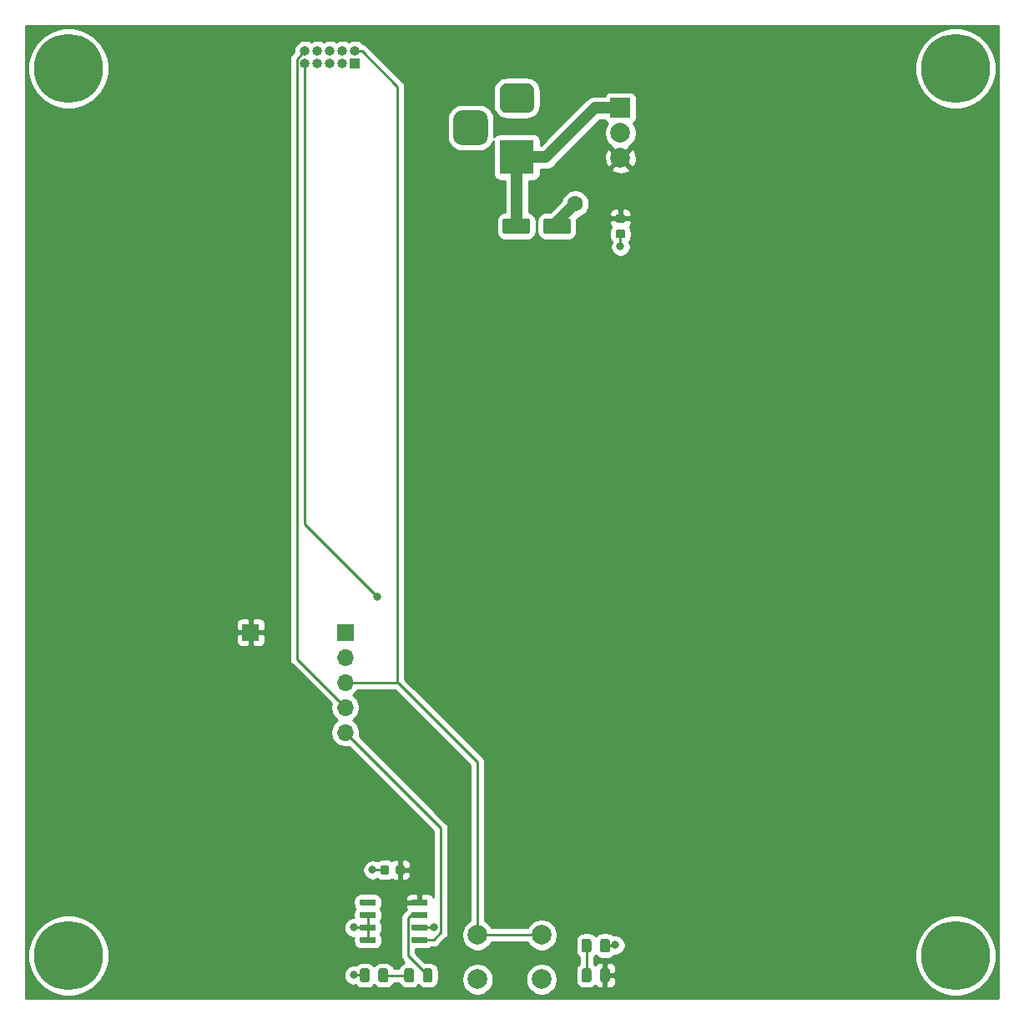
<source format=gbr>
G04 #@! TF.GenerationSoftware,KiCad,Pcbnew,(5.1.5-0-10_14)*
G04 #@! TF.CreationDate,2020-05-09T18:14:48-06:00*
G04 #@! TF.ProjectId,business-card-v3-programmer-board-pcb,62757369-6e65-4737-932d-636172642d76,rev?*
G04 #@! TF.SameCoordinates,Original*
G04 #@! TF.FileFunction,Copper,L1,Top*
G04 #@! TF.FilePolarity,Positive*
%FSLAX46Y46*%
G04 Gerber Fmt 4.6, Leading zero omitted, Abs format (unit mm)*
G04 Created by KiCad (PCBNEW (5.1.5-0-10_14)) date 2020-05-09 18:14:48*
%MOMM*%
%LPD*%
G04 APERTURE LIST*
%ADD10C,0.100000*%
%ADD11R,3.500000X3.500000*%
%ADD12R,1.700000X1.700000*%
%ADD13O,1.700000X1.700000*%
%ADD14C,2.000000*%
%ADD15R,2.000000X2.000000*%
%ADD16O,1.000000X1.000000*%
%ADD17R,1.000000X1.000000*%
%ADD18C,0.800000*%
%ADD19C,7.000000*%
%ADD20C,1.600000*%
%ADD21C,0.250000*%
%ADD22C,1.200000*%
%ADD23C,0.254000*%
G04 APERTURE END LIST*
G04 #@! TA.AperFunction,SMDPad,CuDef*
D10*
G36*
X134834691Y-145830053D02*
G01*
X134855926Y-145833203D01*
X134876750Y-145838419D01*
X134896962Y-145845651D01*
X134916368Y-145854830D01*
X134934781Y-145865866D01*
X134952024Y-145878654D01*
X134967930Y-145893070D01*
X134982346Y-145908976D01*
X134995134Y-145926219D01*
X135006170Y-145944632D01*
X135015349Y-145964038D01*
X135022581Y-145984250D01*
X135027797Y-146005074D01*
X135030947Y-146026309D01*
X135032000Y-146047750D01*
X135032000Y-146560250D01*
X135030947Y-146581691D01*
X135027797Y-146602926D01*
X135022581Y-146623750D01*
X135015349Y-146643962D01*
X135006170Y-146663368D01*
X134995134Y-146681781D01*
X134982346Y-146699024D01*
X134967930Y-146714930D01*
X134952024Y-146729346D01*
X134934781Y-146742134D01*
X134916368Y-146753170D01*
X134896962Y-146762349D01*
X134876750Y-146769581D01*
X134855926Y-146774797D01*
X134834691Y-146777947D01*
X134813250Y-146779000D01*
X134375750Y-146779000D01*
X134354309Y-146777947D01*
X134333074Y-146774797D01*
X134312250Y-146769581D01*
X134292038Y-146762349D01*
X134272632Y-146753170D01*
X134254219Y-146742134D01*
X134236976Y-146729346D01*
X134221070Y-146714930D01*
X134206654Y-146699024D01*
X134193866Y-146681781D01*
X134182830Y-146663368D01*
X134173651Y-146643962D01*
X134166419Y-146623750D01*
X134161203Y-146602926D01*
X134158053Y-146581691D01*
X134157000Y-146560250D01*
X134157000Y-146047750D01*
X134158053Y-146026309D01*
X134161203Y-146005074D01*
X134166419Y-145984250D01*
X134173651Y-145964038D01*
X134182830Y-145944632D01*
X134193866Y-145926219D01*
X134206654Y-145908976D01*
X134221070Y-145893070D01*
X134236976Y-145878654D01*
X134254219Y-145865866D01*
X134272632Y-145854830D01*
X134292038Y-145845651D01*
X134312250Y-145838419D01*
X134333074Y-145833203D01*
X134354309Y-145830053D01*
X134375750Y-145829000D01*
X134813250Y-145829000D01*
X134834691Y-145830053D01*
G37*
G04 #@! TD.AperFunction*
G04 #@! TA.AperFunction,SMDPad,CuDef*
G36*
X136409691Y-145830053D02*
G01*
X136430926Y-145833203D01*
X136451750Y-145838419D01*
X136471962Y-145845651D01*
X136491368Y-145854830D01*
X136509781Y-145865866D01*
X136527024Y-145878654D01*
X136542930Y-145893070D01*
X136557346Y-145908976D01*
X136570134Y-145926219D01*
X136581170Y-145944632D01*
X136590349Y-145964038D01*
X136597581Y-145984250D01*
X136602797Y-146005074D01*
X136605947Y-146026309D01*
X136607000Y-146047750D01*
X136607000Y-146560250D01*
X136605947Y-146581691D01*
X136602797Y-146602926D01*
X136597581Y-146623750D01*
X136590349Y-146643962D01*
X136581170Y-146663368D01*
X136570134Y-146681781D01*
X136557346Y-146699024D01*
X136542930Y-146714930D01*
X136527024Y-146729346D01*
X136509781Y-146742134D01*
X136491368Y-146753170D01*
X136471962Y-146762349D01*
X136451750Y-146769581D01*
X136430926Y-146774797D01*
X136409691Y-146777947D01*
X136388250Y-146779000D01*
X135950750Y-146779000D01*
X135929309Y-146777947D01*
X135908074Y-146774797D01*
X135887250Y-146769581D01*
X135867038Y-146762349D01*
X135847632Y-146753170D01*
X135829219Y-146742134D01*
X135811976Y-146729346D01*
X135796070Y-146714930D01*
X135781654Y-146699024D01*
X135768866Y-146681781D01*
X135757830Y-146663368D01*
X135748651Y-146643962D01*
X135741419Y-146623750D01*
X135736203Y-146602926D01*
X135733053Y-146581691D01*
X135732000Y-146560250D01*
X135732000Y-146047750D01*
X135733053Y-146026309D01*
X135736203Y-146005074D01*
X135741419Y-145984250D01*
X135748651Y-145964038D01*
X135757830Y-145944632D01*
X135768866Y-145926219D01*
X135781654Y-145908976D01*
X135796070Y-145893070D01*
X135811976Y-145878654D01*
X135829219Y-145865866D01*
X135847632Y-145854830D01*
X135867038Y-145845651D01*
X135887250Y-145838419D01*
X135908074Y-145833203D01*
X135929309Y-145830053D01*
X135950750Y-145829000D01*
X136388250Y-145829000D01*
X136409691Y-145830053D01*
G37*
G04 #@! TD.AperFunction*
G04 #@! TA.AperFunction,SMDPad,CuDef*
G36*
X155330142Y-153301174D02*
G01*
X155353803Y-153304684D01*
X155377007Y-153310496D01*
X155399529Y-153318554D01*
X155421153Y-153328782D01*
X155441670Y-153341079D01*
X155460883Y-153355329D01*
X155478607Y-153371393D01*
X155494671Y-153389117D01*
X155508921Y-153408330D01*
X155521218Y-153428847D01*
X155531446Y-153450471D01*
X155539504Y-153472993D01*
X155545316Y-153496197D01*
X155548826Y-153519858D01*
X155550000Y-153543750D01*
X155550000Y-154456250D01*
X155548826Y-154480142D01*
X155545316Y-154503803D01*
X155539504Y-154527007D01*
X155531446Y-154549529D01*
X155521218Y-154571153D01*
X155508921Y-154591670D01*
X155494671Y-154610883D01*
X155478607Y-154628607D01*
X155460883Y-154644671D01*
X155441670Y-154658921D01*
X155421153Y-154671218D01*
X155399529Y-154681446D01*
X155377007Y-154689504D01*
X155353803Y-154695316D01*
X155330142Y-154698826D01*
X155306250Y-154700000D01*
X154818750Y-154700000D01*
X154794858Y-154698826D01*
X154771197Y-154695316D01*
X154747993Y-154689504D01*
X154725471Y-154681446D01*
X154703847Y-154671218D01*
X154683330Y-154658921D01*
X154664117Y-154644671D01*
X154646393Y-154628607D01*
X154630329Y-154610883D01*
X154616079Y-154591670D01*
X154603782Y-154571153D01*
X154593554Y-154549529D01*
X154585496Y-154527007D01*
X154579684Y-154503803D01*
X154576174Y-154480142D01*
X154575000Y-154456250D01*
X154575000Y-153543750D01*
X154576174Y-153519858D01*
X154579684Y-153496197D01*
X154585496Y-153472993D01*
X154593554Y-153450471D01*
X154603782Y-153428847D01*
X154616079Y-153408330D01*
X154630329Y-153389117D01*
X154646393Y-153371393D01*
X154664117Y-153355329D01*
X154683330Y-153341079D01*
X154703847Y-153328782D01*
X154725471Y-153318554D01*
X154747993Y-153310496D01*
X154771197Y-153304684D01*
X154794858Y-153301174D01*
X154818750Y-153300000D01*
X155306250Y-153300000D01*
X155330142Y-153301174D01*
G37*
G04 #@! TD.AperFunction*
G04 #@! TA.AperFunction,SMDPad,CuDef*
G36*
X157205142Y-153301174D02*
G01*
X157228803Y-153304684D01*
X157252007Y-153310496D01*
X157274529Y-153318554D01*
X157296153Y-153328782D01*
X157316670Y-153341079D01*
X157335883Y-153355329D01*
X157353607Y-153371393D01*
X157369671Y-153389117D01*
X157383921Y-153408330D01*
X157396218Y-153428847D01*
X157406446Y-153450471D01*
X157414504Y-153472993D01*
X157420316Y-153496197D01*
X157423826Y-153519858D01*
X157425000Y-153543750D01*
X157425000Y-154456250D01*
X157423826Y-154480142D01*
X157420316Y-154503803D01*
X157414504Y-154527007D01*
X157406446Y-154549529D01*
X157396218Y-154571153D01*
X157383921Y-154591670D01*
X157369671Y-154610883D01*
X157353607Y-154628607D01*
X157335883Y-154644671D01*
X157316670Y-154658921D01*
X157296153Y-154671218D01*
X157274529Y-154681446D01*
X157252007Y-154689504D01*
X157228803Y-154695316D01*
X157205142Y-154698826D01*
X157181250Y-154700000D01*
X156693750Y-154700000D01*
X156669858Y-154698826D01*
X156646197Y-154695316D01*
X156622993Y-154689504D01*
X156600471Y-154681446D01*
X156578847Y-154671218D01*
X156558330Y-154658921D01*
X156539117Y-154644671D01*
X156521393Y-154628607D01*
X156505329Y-154610883D01*
X156491079Y-154591670D01*
X156478782Y-154571153D01*
X156468554Y-154549529D01*
X156460496Y-154527007D01*
X156454684Y-154503803D01*
X156451174Y-154480142D01*
X156450000Y-154456250D01*
X156450000Y-153543750D01*
X156451174Y-153519858D01*
X156454684Y-153496197D01*
X156460496Y-153472993D01*
X156468554Y-153450471D01*
X156478782Y-153428847D01*
X156491079Y-153408330D01*
X156505329Y-153389117D01*
X156521393Y-153371393D01*
X156539117Y-153355329D01*
X156558330Y-153341079D01*
X156578847Y-153328782D01*
X156600471Y-153318554D01*
X156622993Y-153310496D01*
X156646197Y-153304684D01*
X156669858Y-153301174D01*
X156693750Y-153300000D01*
X157181250Y-153300000D01*
X157205142Y-153301174D01*
G37*
G04 #@! TD.AperFunction*
G04 #@! TA.AperFunction,ComponentPad*
G36*
X144260765Y-69254213D02*
G01*
X144345704Y-69266813D01*
X144428999Y-69287677D01*
X144509848Y-69316605D01*
X144587472Y-69353319D01*
X144661124Y-69397464D01*
X144730094Y-69448616D01*
X144793718Y-69506282D01*
X144851384Y-69569906D01*
X144902536Y-69638876D01*
X144946681Y-69712528D01*
X144983395Y-69790152D01*
X145012323Y-69871001D01*
X145033187Y-69954296D01*
X145045787Y-70039235D01*
X145050000Y-70125000D01*
X145050000Y-71875000D01*
X145045787Y-71960765D01*
X145033187Y-72045704D01*
X145012323Y-72128999D01*
X144983395Y-72209848D01*
X144946681Y-72287472D01*
X144902536Y-72361124D01*
X144851384Y-72430094D01*
X144793718Y-72493718D01*
X144730094Y-72551384D01*
X144661124Y-72602536D01*
X144587472Y-72646681D01*
X144509848Y-72683395D01*
X144428999Y-72712323D01*
X144345704Y-72733187D01*
X144260765Y-72745787D01*
X144175000Y-72750000D01*
X142425000Y-72750000D01*
X142339235Y-72745787D01*
X142254296Y-72733187D01*
X142171001Y-72712323D01*
X142090152Y-72683395D01*
X142012528Y-72646681D01*
X141938876Y-72602536D01*
X141869906Y-72551384D01*
X141806282Y-72493718D01*
X141748616Y-72430094D01*
X141697464Y-72361124D01*
X141653319Y-72287472D01*
X141616605Y-72209848D01*
X141587677Y-72128999D01*
X141566813Y-72045704D01*
X141554213Y-71960765D01*
X141550000Y-71875000D01*
X141550000Y-70125000D01*
X141554213Y-70039235D01*
X141566813Y-69954296D01*
X141587677Y-69871001D01*
X141616605Y-69790152D01*
X141653319Y-69712528D01*
X141697464Y-69638876D01*
X141748616Y-69569906D01*
X141806282Y-69506282D01*
X141869906Y-69448616D01*
X141938876Y-69397464D01*
X142012528Y-69353319D01*
X142090152Y-69316605D01*
X142171001Y-69287677D01*
X142254296Y-69266813D01*
X142339235Y-69254213D01*
X142425000Y-69250000D01*
X144175000Y-69250000D01*
X144260765Y-69254213D01*
G37*
G04 #@! TD.AperFunction*
G04 #@! TA.AperFunction,ComponentPad*
G36*
X149073513Y-66503611D02*
G01*
X149146318Y-66514411D01*
X149217714Y-66532295D01*
X149287013Y-66557090D01*
X149353548Y-66588559D01*
X149416678Y-66626398D01*
X149475795Y-66670242D01*
X149530330Y-66719670D01*
X149579758Y-66774205D01*
X149623602Y-66833322D01*
X149661441Y-66896452D01*
X149692910Y-66962987D01*
X149717705Y-67032286D01*
X149735589Y-67103682D01*
X149746389Y-67176487D01*
X149750000Y-67250000D01*
X149750000Y-68750000D01*
X149746389Y-68823513D01*
X149735589Y-68896318D01*
X149717705Y-68967714D01*
X149692910Y-69037013D01*
X149661441Y-69103548D01*
X149623602Y-69166678D01*
X149579758Y-69225795D01*
X149530330Y-69280330D01*
X149475795Y-69329758D01*
X149416678Y-69373602D01*
X149353548Y-69411441D01*
X149287013Y-69442910D01*
X149217714Y-69467705D01*
X149146318Y-69485589D01*
X149073513Y-69496389D01*
X149000000Y-69500000D01*
X147000000Y-69500000D01*
X146926487Y-69496389D01*
X146853682Y-69485589D01*
X146782286Y-69467705D01*
X146712987Y-69442910D01*
X146646452Y-69411441D01*
X146583322Y-69373602D01*
X146524205Y-69329758D01*
X146469670Y-69280330D01*
X146420242Y-69225795D01*
X146376398Y-69166678D01*
X146338559Y-69103548D01*
X146307090Y-69037013D01*
X146282295Y-68967714D01*
X146264411Y-68896318D01*
X146253611Y-68823513D01*
X146250000Y-68750000D01*
X146250000Y-67250000D01*
X146253611Y-67176487D01*
X146264411Y-67103682D01*
X146282295Y-67032286D01*
X146307090Y-66962987D01*
X146338559Y-66896452D01*
X146376398Y-66833322D01*
X146420242Y-66774205D01*
X146469670Y-66719670D01*
X146524205Y-66670242D01*
X146583322Y-66626398D01*
X146646452Y-66588559D01*
X146712987Y-66557090D01*
X146782286Y-66532295D01*
X146853682Y-66514411D01*
X146926487Y-66503611D01*
X147000000Y-66500000D01*
X149000000Y-66500000D01*
X149073513Y-66503611D01*
G37*
G04 #@! TD.AperFunction*
D11*
X148000000Y-74000000D03*
G04 #@! TA.AperFunction,SMDPad,CuDef*
D10*
G36*
X157205142Y-156301174D02*
G01*
X157228803Y-156304684D01*
X157252007Y-156310496D01*
X157274529Y-156318554D01*
X157296153Y-156328782D01*
X157316670Y-156341079D01*
X157335883Y-156355329D01*
X157353607Y-156371393D01*
X157369671Y-156389117D01*
X157383921Y-156408330D01*
X157396218Y-156428847D01*
X157406446Y-156450471D01*
X157414504Y-156472993D01*
X157420316Y-156496197D01*
X157423826Y-156519858D01*
X157425000Y-156543750D01*
X157425000Y-157456250D01*
X157423826Y-157480142D01*
X157420316Y-157503803D01*
X157414504Y-157527007D01*
X157406446Y-157549529D01*
X157396218Y-157571153D01*
X157383921Y-157591670D01*
X157369671Y-157610883D01*
X157353607Y-157628607D01*
X157335883Y-157644671D01*
X157316670Y-157658921D01*
X157296153Y-157671218D01*
X157274529Y-157681446D01*
X157252007Y-157689504D01*
X157228803Y-157695316D01*
X157205142Y-157698826D01*
X157181250Y-157700000D01*
X156693750Y-157700000D01*
X156669858Y-157698826D01*
X156646197Y-157695316D01*
X156622993Y-157689504D01*
X156600471Y-157681446D01*
X156578847Y-157671218D01*
X156558330Y-157658921D01*
X156539117Y-157644671D01*
X156521393Y-157628607D01*
X156505329Y-157610883D01*
X156491079Y-157591670D01*
X156478782Y-157571153D01*
X156468554Y-157549529D01*
X156460496Y-157527007D01*
X156454684Y-157503803D01*
X156451174Y-157480142D01*
X156450000Y-157456250D01*
X156450000Y-156543750D01*
X156451174Y-156519858D01*
X156454684Y-156496197D01*
X156460496Y-156472993D01*
X156468554Y-156450471D01*
X156478782Y-156428847D01*
X156491079Y-156408330D01*
X156505329Y-156389117D01*
X156521393Y-156371393D01*
X156539117Y-156355329D01*
X156558330Y-156341079D01*
X156578847Y-156328782D01*
X156600471Y-156318554D01*
X156622993Y-156310496D01*
X156646197Y-156304684D01*
X156669858Y-156301174D01*
X156693750Y-156300000D01*
X157181250Y-156300000D01*
X157205142Y-156301174D01*
G37*
G04 #@! TD.AperFunction*
G04 #@! TA.AperFunction,SMDPad,CuDef*
G36*
X155330142Y-156301174D02*
G01*
X155353803Y-156304684D01*
X155377007Y-156310496D01*
X155399529Y-156318554D01*
X155421153Y-156328782D01*
X155441670Y-156341079D01*
X155460883Y-156355329D01*
X155478607Y-156371393D01*
X155494671Y-156389117D01*
X155508921Y-156408330D01*
X155521218Y-156428847D01*
X155531446Y-156450471D01*
X155539504Y-156472993D01*
X155545316Y-156496197D01*
X155548826Y-156519858D01*
X155550000Y-156543750D01*
X155550000Y-157456250D01*
X155548826Y-157480142D01*
X155545316Y-157503803D01*
X155539504Y-157527007D01*
X155531446Y-157549529D01*
X155521218Y-157571153D01*
X155508921Y-157591670D01*
X155494671Y-157610883D01*
X155478607Y-157628607D01*
X155460883Y-157644671D01*
X155441670Y-157658921D01*
X155421153Y-157671218D01*
X155399529Y-157681446D01*
X155377007Y-157689504D01*
X155353803Y-157695316D01*
X155330142Y-157698826D01*
X155306250Y-157700000D01*
X154818750Y-157700000D01*
X154794858Y-157698826D01*
X154771197Y-157695316D01*
X154747993Y-157689504D01*
X154725471Y-157681446D01*
X154703847Y-157671218D01*
X154683330Y-157658921D01*
X154664117Y-157644671D01*
X154646393Y-157628607D01*
X154630329Y-157610883D01*
X154616079Y-157591670D01*
X154603782Y-157571153D01*
X154593554Y-157549529D01*
X154585496Y-157527007D01*
X154579684Y-157503803D01*
X154576174Y-157480142D01*
X154575000Y-157456250D01*
X154575000Y-156543750D01*
X154576174Y-156519858D01*
X154579684Y-156496197D01*
X154585496Y-156472993D01*
X154593554Y-156450471D01*
X154603782Y-156428847D01*
X154616079Y-156408330D01*
X154630329Y-156389117D01*
X154646393Y-156371393D01*
X154664117Y-156355329D01*
X154683330Y-156341079D01*
X154703847Y-156328782D01*
X154725471Y-156318554D01*
X154747993Y-156310496D01*
X154771197Y-156304684D01*
X154794858Y-156301174D01*
X154818750Y-156300000D01*
X155306250Y-156300000D01*
X155330142Y-156301174D01*
G37*
G04 #@! TD.AperFunction*
D12*
X121000000Y-122200000D03*
D13*
X130576000Y-132360000D03*
X130576000Y-129820000D03*
X130576000Y-127280000D03*
X130576000Y-124740000D03*
D12*
X130576000Y-122200000D03*
G04 #@! TA.AperFunction,SMDPad,CuDef*
D10*
G36*
X138814703Y-149295722D02*
G01*
X138829264Y-149297882D01*
X138843543Y-149301459D01*
X138857403Y-149306418D01*
X138870710Y-149312712D01*
X138883336Y-149320280D01*
X138895159Y-149329048D01*
X138906066Y-149338934D01*
X138915952Y-149349841D01*
X138924720Y-149361664D01*
X138932288Y-149374290D01*
X138938582Y-149387597D01*
X138943541Y-149401457D01*
X138947118Y-149415736D01*
X138949278Y-149430297D01*
X138950000Y-149445000D01*
X138950000Y-149745000D01*
X138949278Y-149759703D01*
X138947118Y-149774264D01*
X138943541Y-149788543D01*
X138938582Y-149802403D01*
X138932288Y-149815710D01*
X138924720Y-149828336D01*
X138915952Y-149840159D01*
X138906066Y-149851066D01*
X138895159Y-149860952D01*
X138883336Y-149869720D01*
X138870710Y-149877288D01*
X138857403Y-149883582D01*
X138843543Y-149888541D01*
X138829264Y-149892118D01*
X138814703Y-149894278D01*
X138800000Y-149895000D01*
X137450000Y-149895000D01*
X137435297Y-149894278D01*
X137420736Y-149892118D01*
X137406457Y-149888541D01*
X137392597Y-149883582D01*
X137379290Y-149877288D01*
X137366664Y-149869720D01*
X137354841Y-149860952D01*
X137343934Y-149851066D01*
X137334048Y-149840159D01*
X137325280Y-149828336D01*
X137317712Y-149815710D01*
X137311418Y-149802403D01*
X137306459Y-149788543D01*
X137302882Y-149774264D01*
X137300722Y-149759703D01*
X137300000Y-149745000D01*
X137300000Y-149445000D01*
X137300722Y-149430297D01*
X137302882Y-149415736D01*
X137306459Y-149401457D01*
X137311418Y-149387597D01*
X137317712Y-149374290D01*
X137325280Y-149361664D01*
X137334048Y-149349841D01*
X137343934Y-149338934D01*
X137354841Y-149329048D01*
X137366664Y-149320280D01*
X137379290Y-149312712D01*
X137392597Y-149306418D01*
X137406457Y-149301459D01*
X137420736Y-149297882D01*
X137435297Y-149295722D01*
X137450000Y-149295000D01*
X138800000Y-149295000D01*
X138814703Y-149295722D01*
G37*
G04 #@! TD.AperFunction*
G04 #@! TA.AperFunction,SMDPad,CuDef*
G36*
X138814703Y-150565722D02*
G01*
X138829264Y-150567882D01*
X138843543Y-150571459D01*
X138857403Y-150576418D01*
X138870710Y-150582712D01*
X138883336Y-150590280D01*
X138895159Y-150599048D01*
X138906066Y-150608934D01*
X138915952Y-150619841D01*
X138924720Y-150631664D01*
X138932288Y-150644290D01*
X138938582Y-150657597D01*
X138943541Y-150671457D01*
X138947118Y-150685736D01*
X138949278Y-150700297D01*
X138950000Y-150715000D01*
X138950000Y-151015000D01*
X138949278Y-151029703D01*
X138947118Y-151044264D01*
X138943541Y-151058543D01*
X138938582Y-151072403D01*
X138932288Y-151085710D01*
X138924720Y-151098336D01*
X138915952Y-151110159D01*
X138906066Y-151121066D01*
X138895159Y-151130952D01*
X138883336Y-151139720D01*
X138870710Y-151147288D01*
X138857403Y-151153582D01*
X138843543Y-151158541D01*
X138829264Y-151162118D01*
X138814703Y-151164278D01*
X138800000Y-151165000D01*
X137450000Y-151165000D01*
X137435297Y-151164278D01*
X137420736Y-151162118D01*
X137406457Y-151158541D01*
X137392597Y-151153582D01*
X137379290Y-151147288D01*
X137366664Y-151139720D01*
X137354841Y-151130952D01*
X137343934Y-151121066D01*
X137334048Y-151110159D01*
X137325280Y-151098336D01*
X137317712Y-151085710D01*
X137311418Y-151072403D01*
X137306459Y-151058543D01*
X137302882Y-151044264D01*
X137300722Y-151029703D01*
X137300000Y-151015000D01*
X137300000Y-150715000D01*
X137300722Y-150700297D01*
X137302882Y-150685736D01*
X137306459Y-150671457D01*
X137311418Y-150657597D01*
X137317712Y-150644290D01*
X137325280Y-150631664D01*
X137334048Y-150619841D01*
X137343934Y-150608934D01*
X137354841Y-150599048D01*
X137366664Y-150590280D01*
X137379290Y-150582712D01*
X137392597Y-150576418D01*
X137406457Y-150571459D01*
X137420736Y-150567882D01*
X137435297Y-150565722D01*
X137450000Y-150565000D01*
X138800000Y-150565000D01*
X138814703Y-150565722D01*
G37*
G04 #@! TD.AperFunction*
G04 #@! TA.AperFunction,SMDPad,CuDef*
G36*
X138814703Y-151835722D02*
G01*
X138829264Y-151837882D01*
X138843543Y-151841459D01*
X138857403Y-151846418D01*
X138870710Y-151852712D01*
X138883336Y-151860280D01*
X138895159Y-151869048D01*
X138906066Y-151878934D01*
X138915952Y-151889841D01*
X138924720Y-151901664D01*
X138932288Y-151914290D01*
X138938582Y-151927597D01*
X138943541Y-151941457D01*
X138947118Y-151955736D01*
X138949278Y-151970297D01*
X138950000Y-151985000D01*
X138950000Y-152285000D01*
X138949278Y-152299703D01*
X138947118Y-152314264D01*
X138943541Y-152328543D01*
X138938582Y-152342403D01*
X138932288Y-152355710D01*
X138924720Y-152368336D01*
X138915952Y-152380159D01*
X138906066Y-152391066D01*
X138895159Y-152400952D01*
X138883336Y-152409720D01*
X138870710Y-152417288D01*
X138857403Y-152423582D01*
X138843543Y-152428541D01*
X138829264Y-152432118D01*
X138814703Y-152434278D01*
X138800000Y-152435000D01*
X137450000Y-152435000D01*
X137435297Y-152434278D01*
X137420736Y-152432118D01*
X137406457Y-152428541D01*
X137392597Y-152423582D01*
X137379290Y-152417288D01*
X137366664Y-152409720D01*
X137354841Y-152400952D01*
X137343934Y-152391066D01*
X137334048Y-152380159D01*
X137325280Y-152368336D01*
X137317712Y-152355710D01*
X137311418Y-152342403D01*
X137306459Y-152328543D01*
X137302882Y-152314264D01*
X137300722Y-152299703D01*
X137300000Y-152285000D01*
X137300000Y-151985000D01*
X137300722Y-151970297D01*
X137302882Y-151955736D01*
X137306459Y-151941457D01*
X137311418Y-151927597D01*
X137317712Y-151914290D01*
X137325280Y-151901664D01*
X137334048Y-151889841D01*
X137343934Y-151878934D01*
X137354841Y-151869048D01*
X137366664Y-151860280D01*
X137379290Y-151852712D01*
X137392597Y-151846418D01*
X137406457Y-151841459D01*
X137420736Y-151837882D01*
X137435297Y-151835722D01*
X137450000Y-151835000D01*
X138800000Y-151835000D01*
X138814703Y-151835722D01*
G37*
G04 #@! TD.AperFunction*
G04 #@! TA.AperFunction,SMDPad,CuDef*
G36*
X138814703Y-153105722D02*
G01*
X138829264Y-153107882D01*
X138843543Y-153111459D01*
X138857403Y-153116418D01*
X138870710Y-153122712D01*
X138883336Y-153130280D01*
X138895159Y-153139048D01*
X138906066Y-153148934D01*
X138915952Y-153159841D01*
X138924720Y-153171664D01*
X138932288Y-153184290D01*
X138938582Y-153197597D01*
X138943541Y-153211457D01*
X138947118Y-153225736D01*
X138949278Y-153240297D01*
X138950000Y-153255000D01*
X138950000Y-153555000D01*
X138949278Y-153569703D01*
X138947118Y-153584264D01*
X138943541Y-153598543D01*
X138938582Y-153612403D01*
X138932288Y-153625710D01*
X138924720Y-153638336D01*
X138915952Y-153650159D01*
X138906066Y-153661066D01*
X138895159Y-153670952D01*
X138883336Y-153679720D01*
X138870710Y-153687288D01*
X138857403Y-153693582D01*
X138843543Y-153698541D01*
X138829264Y-153702118D01*
X138814703Y-153704278D01*
X138800000Y-153705000D01*
X137450000Y-153705000D01*
X137435297Y-153704278D01*
X137420736Y-153702118D01*
X137406457Y-153698541D01*
X137392597Y-153693582D01*
X137379290Y-153687288D01*
X137366664Y-153679720D01*
X137354841Y-153670952D01*
X137343934Y-153661066D01*
X137334048Y-153650159D01*
X137325280Y-153638336D01*
X137317712Y-153625710D01*
X137311418Y-153612403D01*
X137306459Y-153598543D01*
X137302882Y-153584264D01*
X137300722Y-153569703D01*
X137300000Y-153555000D01*
X137300000Y-153255000D01*
X137300722Y-153240297D01*
X137302882Y-153225736D01*
X137306459Y-153211457D01*
X137311418Y-153197597D01*
X137317712Y-153184290D01*
X137325280Y-153171664D01*
X137334048Y-153159841D01*
X137343934Y-153148934D01*
X137354841Y-153139048D01*
X137366664Y-153130280D01*
X137379290Y-153122712D01*
X137392597Y-153116418D01*
X137406457Y-153111459D01*
X137420736Y-153107882D01*
X137435297Y-153105722D01*
X137450000Y-153105000D01*
X138800000Y-153105000D01*
X138814703Y-153105722D01*
G37*
G04 #@! TD.AperFunction*
G04 #@! TA.AperFunction,SMDPad,CuDef*
G36*
X133564703Y-153105722D02*
G01*
X133579264Y-153107882D01*
X133593543Y-153111459D01*
X133607403Y-153116418D01*
X133620710Y-153122712D01*
X133633336Y-153130280D01*
X133645159Y-153139048D01*
X133656066Y-153148934D01*
X133665952Y-153159841D01*
X133674720Y-153171664D01*
X133682288Y-153184290D01*
X133688582Y-153197597D01*
X133693541Y-153211457D01*
X133697118Y-153225736D01*
X133699278Y-153240297D01*
X133700000Y-153255000D01*
X133700000Y-153555000D01*
X133699278Y-153569703D01*
X133697118Y-153584264D01*
X133693541Y-153598543D01*
X133688582Y-153612403D01*
X133682288Y-153625710D01*
X133674720Y-153638336D01*
X133665952Y-153650159D01*
X133656066Y-153661066D01*
X133645159Y-153670952D01*
X133633336Y-153679720D01*
X133620710Y-153687288D01*
X133607403Y-153693582D01*
X133593543Y-153698541D01*
X133579264Y-153702118D01*
X133564703Y-153704278D01*
X133550000Y-153705000D01*
X132200000Y-153705000D01*
X132185297Y-153704278D01*
X132170736Y-153702118D01*
X132156457Y-153698541D01*
X132142597Y-153693582D01*
X132129290Y-153687288D01*
X132116664Y-153679720D01*
X132104841Y-153670952D01*
X132093934Y-153661066D01*
X132084048Y-153650159D01*
X132075280Y-153638336D01*
X132067712Y-153625710D01*
X132061418Y-153612403D01*
X132056459Y-153598543D01*
X132052882Y-153584264D01*
X132050722Y-153569703D01*
X132050000Y-153555000D01*
X132050000Y-153255000D01*
X132050722Y-153240297D01*
X132052882Y-153225736D01*
X132056459Y-153211457D01*
X132061418Y-153197597D01*
X132067712Y-153184290D01*
X132075280Y-153171664D01*
X132084048Y-153159841D01*
X132093934Y-153148934D01*
X132104841Y-153139048D01*
X132116664Y-153130280D01*
X132129290Y-153122712D01*
X132142597Y-153116418D01*
X132156457Y-153111459D01*
X132170736Y-153107882D01*
X132185297Y-153105722D01*
X132200000Y-153105000D01*
X133550000Y-153105000D01*
X133564703Y-153105722D01*
G37*
G04 #@! TD.AperFunction*
G04 #@! TA.AperFunction,SMDPad,CuDef*
G36*
X133564703Y-151835722D02*
G01*
X133579264Y-151837882D01*
X133593543Y-151841459D01*
X133607403Y-151846418D01*
X133620710Y-151852712D01*
X133633336Y-151860280D01*
X133645159Y-151869048D01*
X133656066Y-151878934D01*
X133665952Y-151889841D01*
X133674720Y-151901664D01*
X133682288Y-151914290D01*
X133688582Y-151927597D01*
X133693541Y-151941457D01*
X133697118Y-151955736D01*
X133699278Y-151970297D01*
X133700000Y-151985000D01*
X133700000Y-152285000D01*
X133699278Y-152299703D01*
X133697118Y-152314264D01*
X133693541Y-152328543D01*
X133688582Y-152342403D01*
X133682288Y-152355710D01*
X133674720Y-152368336D01*
X133665952Y-152380159D01*
X133656066Y-152391066D01*
X133645159Y-152400952D01*
X133633336Y-152409720D01*
X133620710Y-152417288D01*
X133607403Y-152423582D01*
X133593543Y-152428541D01*
X133579264Y-152432118D01*
X133564703Y-152434278D01*
X133550000Y-152435000D01*
X132200000Y-152435000D01*
X132185297Y-152434278D01*
X132170736Y-152432118D01*
X132156457Y-152428541D01*
X132142597Y-152423582D01*
X132129290Y-152417288D01*
X132116664Y-152409720D01*
X132104841Y-152400952D01*
X132093934Y-152391066D01*
X132084048Y-152380159D01*
X132075280Y-152368336D01*
X132067712Y-152355710D01*
X132061418Y-152342403D01*
X132056459Y-152328543D01*
X132052882Y-152314264D01*
X132050722Y-152299703D01*
X132050000Y-152285000D01*
X132050000Y-151985000D01*
X132050722Y-151970297D01*
X132052882Y-151955736D01*
X132056459Y-151941457D01*
X132061418Y-151927597D01*
X132067712Y-151914290D01*
X132075280Y-151901664D01*
X132084048Y-151889841D01*
X132093934Y-151878934D01*
X132104841Y-151869048D01*
X132116664Y-151860280D01*
X132129290Y-151852712D01*
X132142597Y-151846418D01*
X132156457Y-151841459D01*
X132170736Y-151837882D01*
X132185297Y-151835722D01*
X132200000Y-151835000D01*
X133550000Y-151835000D01*
X133564703Y-151835722D01*
G37*
G04 #@! TD.AperFunction*
G04 #@! TA.AperFunction,SMDPad,CuDef*
G36*
X133564703Y-150565722D02*
G01*
X133579264Y-150567882D01*
X133593543Y-150571459D01*
X133607403Y-150576418D01*
X133620710Y-150582712D01*
X133633336Y-150590280D01*
X133645159Y-150599048D01*
X133656066Y-150608934D01*
X133665952Y-150619841D01*
X133674720Y-150631664D01*
X133682288Y-150644290D01*
X133688582Y-150657597D01*
X133693541Y-150671457D01*
X133697118Y-150685736D01*
X133699278Y-150700297D01*
X133700000Y-150715000D01*
X133700000Y-151015000D01*
X133699278Y-151029703D01*
X133697118Y-151044264D01*
X133693541Y-151058543D01*
X133688582Y-151072403D01*
X133682288Y-151085710D01*
X133674720Y-151098336D01*
X133665952Y-151110159D01*
X133656066Y-151121066D01*
X133645159Y-151130952D01*
X133633336Y-151139720D01*
X133620710Y-151147288D01*
X133607403Y-151153582D01*
X133593543Y-151158541D01*
X133579264Y-151162118D01*
X133564703Y-151164278D01*
X133550000Y-151165000D01*
X132200000Y-151165000D01*
X132185297Y-151164278D01*
X132170736Y-151162118D01*
X132156457Y-151158541D01*
X132142597Y-151153582D01*
X132129290Y-151147288D01*
X132116664Y-151139720D01*
X132104841Y-151130952D01*
X132093934Y-151121066D01*
X132084048Y-151110159D01*
X132075280Y-151098336D01*
X132067712Y-151085710D01*
X132061418Y-151072403D01*
X132056459Y-151058543D01*
X132052882Y-151044264D01*
X132050722Y-151029703D01*
X132050000Y-151015000D01*
X132050000Y-150715000D01*
X132050722Y-150700297D01*
X132052882Y-150685736D01*
X132056459Y-150671457D01*
X132061418Y-150657597D01*
X132067712Y-150644290D01*
X132075280Y-150631664D01*
X132084048Y-150619841D01*
X132093934Y-150608934D01*
X132104841Y-150599048D01*
X132116664Y-150590280D01*
X132129290Y-150582712D01*
X132142597Y-150576418D01*
X132156457Y-150571459D01*
X132170736Y-150567882D01*
X132185297Y-150565722D01*
X132200000Y-150565000D01*
X133550000Y-150565000D01*
X133564703Y-150565722D01*
G37*
G04 #@! TD.AperFunction*
G04 #@! TA.AperFunction,SMDPad,CuDef*
G36*
X133564703Y-149295722D02*
G01*
X133579264Y-149297882D01*
X133593543Y-149301459D01*
X133607403Y-149306418D01*
X133620710Y-149312712D01*
X133633336Y-149320280D01*
X133645159Y-149329048D01*
X133656066Y-149338934D01*
X133665952Y-149349841D01*
X133674720Y-149361664D01*
X133682288Y-149374290D01*
X133688582Y-149387597D01*
X133693541Y-149401457D01*
X133697118Y-149415736D01*
X133699278Y-149430297D01*
X133700000Y-149445000D01*
X133700000Y-149745000D01*
X133699278Y-149759703D01*
X133697118Y-149774264D01*
X133693541Y-149788543D01*
X133688582Y-149802403D01*
X133682288Y-149815710D01*
X133674720Y-149828336D01*
X133665952Y-149840159D01*
X133656066Y-149851066D01*
X133645159Y-149860952D01*
X133633336Y-149869720D01*
X133620710Y-149877288D01*
X133607403Y-149883582D01*
X133593543Y-149888541D01*
X133579264Y-149892118D01*
X133564703Y-149894278D01*
X133550000Y-149895000D01*
X132200000Y-149895000D01*
X132185297Y-149894278D01*
X132170736Y-149892118D01*
X132156457Y-149888541D01*
X132142597Y-149883582D01*
X132129290Y-149877288D01*
X132116664Y-149869720D01*
X132104841Y-149860952D01*
X132093934Y-149851066D01*
X132084048Y-149840159D01*
X132075280Y-149828336D01*
X132067712Y-149815710D01*
X132061418Y-149802403D01*
X132056459Y-149788543D01*
X132052882Y-149774264D01*
X132050722Y-149759703D01*
X132050000Y-149745000D01*
X132050000Y-149445000D01*
X132050722Y-149430297D01*
X132052882Y-149415736D01*
X132056459Y-149401457D01*
X132061418Y-149387597D01*
X132067712Y-149374290D01*
X132075280Y-149361664D01*
X132084048Y-149349841D01*
X132093934Y-149338934D01*
X132104841Y-149329048D01*
X132116664Y-149320280D01*
X132129290Y-149312712D01*
X132142597Y-149306418D01*
X132156457Y-149301459D01*
X132170736Y-149297882D01*
X132185297Y-149295722D01*
X132200000Y-149295000D01*
X133550000Y-149295000D01*
X133564703Y-149295722D01*
G37*
G04 #@! TD.AperFunction*
D14*
X158500000Y-74080000D03*
X158500000Y-71540000D03*
D15*
X158500000Y-69000000D03*
D14*
X150500000Y-152908000D03*
X150500000Y-157408000D03*
X144000000Y-152908000D03*
X144000000Y-157408000D03*
G04 #@! TA.AperFunction,SMDPad,CuDef*
D10*
G36*
X134705142Y-156301174D02*
G01*
X134728803Y-156304684D01*
X134752007Y-156310496D01*
X134774529Y-156318554D01*
X134796153Y-156328782D01*
X134816670Y-156341079D01*
X134835883Y-156355329D01*
X134853607Y-156371393D01*
X134869671Y-156389117D01*
X134883921Y-156408330D01*
X134896218Y-156428847D01*
X134906446Y-156450471D01*
X134914504Y-156472993D01*
X134920316Y-156496197D01*
X134923826Y-156519858D01*
X134925000Y-156543750D01*
X134925000Y-157456250D01*
X134923826Y-157480142D01*
X134920316Y-157503803D01*
X134914504Y-157527007D01*
X134906446Y-157549529D01*
X134896218Y-157571153D01*
X134883921Y-157591670D01*
X134869671Y-157610883D01*
X134853607Y-157628607D01*
X134835883Y-157644671D01*
X134816670Y-157658921D01*
X134796153Y-157671218D01*
X134774529Y-157681446D01*
X134752007Y-157689504D01*
X134728803Y-157695316D01*
X134705142Y-157698826D01*
X134681250Y-157700000D01*
X134193750Y-157700000D01*
X134169858Y-157698826D01*
X134146197Y-157695316D01*
X134122993Y-157689504D01*
X134100471Y-157681446D01*
X134078847Y-157671218D01*
X134058330Y-157658921D01*
X134039117Y-157644671D01*
X134021393Y-157628607D01*
X134005329Y-157610883D01*
X133991079Y-157591670D01*
X133978782Y-157571153D01*
X133968554Y-157549529D01*
X133960496Y-157527007D01*
X133954684Y-157503803D01*
X133951174Y-157480142D01*
X133950000Y-157456250D01*
X133950000Y-156543750D01*
X133951174Y-156519858D01*
X133954684Y-156496197D01*
X133960496Y-156472993D01*
X133968554Y-156450471D01*
X133978782Y-156428847D01*
X133991079Y-156408330D01*
X134005329Y-156389117D01*
X134021393Y-156371393D01*
X134039117Y-156355329D01*
X134058330Y-156341079D01*
X134078847Y-156328782D01*
X134100471Y-156318554D01*
X134122993Y-156310496D01*
X134146197Y-156304684D01*
X134169858Y-156301174D01*
X134193750Y-156300000D01*
X134681250Y-156300000D01*
X134705142Y-156301174D01*
G37*
G04 #@! TD.AperFunction*
G04 #@! TA.AperFunction,SMDPad,CuDef*
G36*
X132830142Y-156301174D02*
G01*
X132853803Y-156304684D01*
X132877007Y-156310496D01*
X132899529Y-156318554D01*
X132921153Y-156328782D01*
X132941670Y-156341079D01*
X132960883Y-156355329D01*
X132978607Y-156371393D01*
X132994671Y-156389117D01*
X133008921Y-156408330D01*
X133021218Y-156428847D01*
X133031446Y-156450471D01*
X133039504Y-156472993D01*
X133045316Y-156496197D01*
X133048826Y-156519858D01*
X133050000Y-156543750D01*
X133050000Y-157456250D01*
X133048826Y-157480142D01*
X133045316Y-157503803D01*
X133039504Y-157527007D01*
X133031446Y-157549529D01*
X133021218Y-157571153D01*
X133008921Y-157591670D01*
X132994671Y-157610883D01*
X132978607Y-157628607D01*
X132960883Y-157644671D01*
X132941670Y-157658921D01*
X132921153Y-157671218D01*
X132899529Y-157681446D01*
X132877007Y-157689504D01*
X132853803Y-157695316D01*
X132830142Y-157698826D01*
X132806250Y-157700000D01*
X132318750Y-157700000D01*
X132294858Y-157698826D01*
X132271197Y-157695316D01*
X132247993Y-157689504D01*
X132225471Y-157681446D01*
X132203847Y-157671218D01*
X132183330Y-157658921D01*
X132164117Y-157644671D01*
X132146393Y-157628607D01*
X132130329Y-157610883D01*
X132116079Y-157591670D01*
X132103782Y-157571153D01*
X132093554Y-157549529D01*
X132085496Y-157527007D01*
X132079684Y-157503803D01*
X132076174Y-157480142D01*
X132075000Y-157456250D01*
X132075000Y-156543750D01*
X132076174Y-156519858D01*
X132079684Y-156496197D01*
X132085496Y-156472993D01*
X132093554Y-156450471D01*
X132103782Y-156428847D01*
X132116079Y-156408330D01*
X132130329Y-156389117D01*
X132146393Y-156371393D01*
X132164117Y-156355329D01*
X132183330Y-156341079D01*
X132203847Y-156328782D01*
X132225471Y-156318554D01*
X132247993Y-156310496D01*
X132271197Y-156304684D01*
X132294858Y-156301174D01*
X132318750Y-156300000D01*
X132806250Y-156300000D01*
X132830142Y-156301174D01*
G37*
G04 #@! TD.AperFunction*
D16*
X126492000Y-63246000D03*
X126492000Y-64516000D03*
X127762000Y-63246000D03*
X127762000Y-64516000D03*
X129032000Y-63246000D03*
X129032000Y-64516000D03*
X130302000Y-63246000D03*
X130302000Y-64516000D03*
X131572000Y-63246000D03*
D17*
X131572000Y-64516000D03*
D18*
X104356155Y-153143845D03*
X102500000Y-152375000D03*
X100643845Y-153143845D03*
X99875000Y-155000000D03*
X100643845Y-156856155D03*
X102500000Y-157625000D03*
X104356155Y-156856155D03*
X105125000Y-155000000D03*
D19*
X102500000Y-155000000D03*
D18*
X190643845Y-66856155D03*
X192500000Y-67625000D03*
X194356155Y-66856155D03*
X195125000Y-65000000D03*
X194356155Y-63143845D03*
X192500000Y-62375000D03*
X190643845Y-63143845D03*
X189875000Y-65000000D03*
D19*
X192500000Y-65000000D03*
D18*
X194356155Y-153143845D03*
X192500000Y-152375000D03*
X190643845Y-153143845D03*
X189875000Y-155000000D03*
X190643845Y-156856155D03*
X192500000Y-157625000D03*
X194356155Y-156856155D03*
X195125000Y-155000000D03*
D19*
X192500000Y-155000000D03*
D18*
X100643845Y-66856155D03*
X102500000Y-67625000D03*
X104356155Y-66856155D03*
X105125000Y-65000000D03*
X104356155Y-63143845D03*
X102500000Y-62375000D03*
X100643845Y-63143845D03*
X99875000Y-65000000D03*
D19*
X102500000Y-65000000D03*
G04 #@! TA.AperFunction,SMDPad,CuDef*
D10*
G36*
X139205142Y-156301174D02*
G01*
X139228803Y-156304684D01*
X139252007Y-156310496D01*
X139274529Y-156318554D01*
X139296153Y-156328782D01*
X139316670Y-156341079D01*
X139335883Y-156355329D01*
X139353607Y-156371393D01*
X139369671Y-156389117D01*
X139383921Y-156408330D01*
X139396218Y-156428847D01*
X139406446Y-156450471D01*
X139414504Y-156472993D01*
X139420316Y-156496197D01*
X139423826Y-156519858D01*
X139425000Y-156543750D01*
X139425000Y-157456250D01*
X139423826Y-157480142D01*
X139420316Y-157503803D01*
X139414504Y-157527007D01*
X139406446Y-157549529D01*
X139396218Y-157571153D01*
X139383921Y-157591670D01*
X139369671Y-157610883D01*
X139353607Y-157628607D01*
X139335883Y-157644671D01*
X139316670Y-157658921D01*
X139296153Y-157671218D01*
X139274529Y-157681446D01*
X139252007Y-157689504D01*
X139228803Y-157695316D01*
X139205142Y-157698826D01*
X139181250Y-157700000D01*
X138693750Y-157700000D01*
X138669858Y-157698826D01*
X138646197Y-157695316D01*
X138622993Y-157689504D01*
X138600471Y-157681446D01*
X138578847Y-157671218D01*
X138558330Y-157658921D01*
X138539117Y-157644671D01*
X138521393Y-157628607D01*
X138505329Y-157610883D01*
X138491079Y-157591670D01*
X138478782Y-157571153D01*
X138468554Y-157549529D01*
X138460496Y-157527007D01*
X138454684Y-157503803D01*
X138451174Y-157480142D01*
X138450000Y-157456250D01*
X138450000Y-156543750D01*
X138451174Y-156519858D01*
X138454684Y-156496197D01*
X138460496Y-156472993D01*
X138468554Y-156450471D01*
X138478782Y-156428847D01*
X138491079Y-156408330D01*
X138505329Y-156389117D01*
X138521393Y-156371393D01*
X138539117Y-156355329D01*
X138558330Y-156341079D01*
X138578847Y-156328782D01*
X138600471Y-156318554D01*
X138622993Y-156310496D01*
X138646197Y-156304684D01*
X138669858Y-156301174D01*
X138693750Y-156300000D01*
X139181250Y-156300000D01*
X139205142Y-156301174D01*
G37*
G04 #@! TD.AperFunction*
G04 #@! TA.AperFunction,SMDPad,CuDef*
G36*
X137330142Y-156301174D02*
G01*
X137353803Y-156304684D01*
X137377007Y-156310496D01*
X137399529Y-156318554D01*
X137421153Y-156328782D01*
X137441670Y-156341079D01*
X137460883Y-156355329D01*
X137478607Y-156371393D01*
X137494671Y-156389117D01*
X137508921Y-156408330D01*
X137521218Y-156428847D01*
X137531446Y-156450471D01*
X137539504Y-156472993D01*
X137545316Y-156496197D01*
X137548826Y-156519858D01*
X137550000Y-156543750D01*
X137550000Y-157456250D01*
X137548826Y-157480142D01*
X137545316Y-157503803D01*
X137539504Y-157527007D01*
X137531446Y-157549529D01*
X137521218Y-157571153D01*
X137508921Y-157591670D01*
X137494671Y-157610883D01*
X137478607Y-157628607D01*
X137460883Y-157644671D01*
X137441670Y-157658921D01*
X137421153Y-157671218D01*
X137399529Y-157681446D01*
X137377007Y-157689504D01*
X137353803Y-157695316D01*
X137330142Y-157698826D01*
X137306250Y-157700000D01*
X136818750Y-157700000D01*
X136794858Y-157698826D01*
X136771197Y-157695316D01*
X136747993Y-157689504D01*
X136725471Y-157681446D01*
X136703847Y-157671218D01*
X136683330Y-157658921D01*
X136664117Y-157644671D01*
X136646393Y-157628607D01*
X136630329Y-157610883D01*
X136616079Y-157591670D01*
X136603782Y-157571153D01*
X136593554Y-157549529D01*
X136585496Y-157527007D01*
X136579684Y-157503803D01*
X136576174Y-157480142D01*
X136575000Y-157456250D01*
X136575000Y-156543750D01*
X136576174Y-156519858D01*
X136579684Y-156496197D01*
X136585496Y-156472993D01*
X136593554Y-156450471D01*
X136603782Y-156428847D01*
X136616079Y-156408330D01*
X136630329Y-156389117D01*
X136646393Y-156371393D01*
X136664117Y-156355329D01*
X136683330Y-156341079D01*
X136703847Y-156328782D01*
X136725471Y-156318554D01*
X136747993Y-156310496D01*
X136771197Y-156304684D01*
X136794858Y-156301174D01*
X136818750Y-156300000D01*
X137306250Y-156300000D01*
X137330142Y-156301174D01*
G37*
G04 #@! TD.AperFunction*
G04 #@! TA.AperFunction,SMDPad,CuDef*
G36*
X158777691Y-81351053D02*
G01*
X158798926Y-81354203D01*
X158819750Y-81359419D01*
X158839962Y-81366651D01*
X158859368Y-81375830D01*
X158877781Y-81386866D01*
X158895024Y-81399654D01*
X158910930Y-81414070D01*
X158925346Y-81429976D01*
X158938134Y-81447219D01*
X158949170Y-81465632D01*
X158958349Y-81485038D01*
X158965581Y-81505250D01*
X158970797Y-81526074D01*
X158973947Y-81547309D01*
X158975000Y-81568750D01*
X158975000Y-82006250D01*
X158973947Y-82027691D01*
X158970797Y-82048926D01*
X158965581Y-82069750D01*
X158958349Y-82089962D01*
X158949170Y-82109368D01*
X158938134Y-82127781D01*
X158925346Y-82145024D01*
X158910930Y-82160930D01*
X158895024Y-82175346D01*
X158877781Y-82188134D01*
X158859368Y-82199170D01*
X158839962Y-82208349D01*
X158819750Y-82215581D01*
X158798926Y-82220797D01*
X158777691Y-82223947D01*
X158756250Y-82225000D01*
X158243750Y-82225000D01*
X158222309Y-82223947D01*
X158201074Y-82220797D01*
X158180250Y-82215581D01*
X158160038Y-82208349D01*
X158140632Y-82199170D01*
X158122219Y-82188134D01*
X158104976Y-82175346D01*
X158089070Y-82160930D01*
X158074654Y-82145024D01*
X158061866Y-82127781D01*
X158050830Y-82109368D01*
X158041651Y-82089962D01*
X158034419Y-82069750D01*
X158029203Y-82048926D01*
X158026053Y-82027691D01*
X158025000Y-82006250D01*
X158025000Y-81568750D01*
X158026053Y-81547309D01*
X158029203Y-81526074D01*
X158034419Y-81505250D01*
X158041651Y-81485038D01*
X158050830Y-81465632D01*
X158061866Y-81447219D01*
X158074654Y-81429976D01*
X158089070Y-81414070D01*
X158104976Y-81399654D01*
X158122219Y-81386866D01*
X158140632Y-81375830D01*
X158160038Y-81366651D01*
X158180250Y-81359419D01*
X158201074Y-81354203D01*
X158222309Y-81351053D01*
X158243750Y-81350000D01*
X158756250Y-81350000D01*
X158777691Y-81351053D01*
G37*
G04 #@! TD.AperFunction*
G04 #@! TA.AperFunction,SMDPad,CuDef*
G36*
X158777691Y-79776053D02*
G01*
X158798926Y-79779203D01*
X158819750Y-79784419D01*
X158839962Y-79791651D01*
X158859368Y-79800830D01*
X158877781Y-79811866D01*
X158895024Y-79824654D01*
X158910930Y-79839070D01*
X158925346Y-79854976D01*
X158938134Y-79872219D01*
X158949170Y-79890632D01*
X158958349Y-79910038D01*
X158965581Y-79930250D01*
X158970797Y-79951074D01*
X158973947Y-79972309D01*
X158975000Y-79993750D01*
X158975000Y-80431250D01*
X158973947Y-80452691D01*
X158970797Y-80473926D01*
X158965581Y-80494750D01*
X158958349Y-80514962D01*
X158949170Y-80534368D01*
X158938134Y-80552781D01*
X158925346Y-80570024D01*
X158910930Y-80585930D01*
X158895024Y-80600346D01*
X158877781Y-80613134D01*
X158859368Y-80624170D01*
X158839962Y-80633349D01*
X158819750Y-80640581D01*
X158798926Y-80645797D01*
X158777691Y-80648947D01*
X158756250Y-80650000D01*
X158243750Y-80650000D01*
X158222309Y-80648947D01*
X158201074Y-80645797D01*
X158180250Y-80640581D01*
X158160038Y-80633349D01*
X158140632Y-80624170D01*
X158122219Y-80613134D01*
X158104976Y-80600346D01*
X158089070Y-80585930D01*
X158074654Y-80570024D01*
X158061866Y-80552781D01*
X158050830Y-80534368D01*
X158041651Y-80514962D01*
X158034419Y-80494750D01*
X158029203Y-80473926D01*
X158026053Y-80452691D01*
X158025000Y-80431250D01*
X158025000Y-79993750D01*
X158026053Y-79972309D01*
X158029203Y-79951074D01*
X158034419Y-79930250D01*
X158041651Y-79910038D01*
X158050830Y-79890632D01*
X158061866Y-79872219D01*
X158074654Y-79854976D01*
X158089070Y-79839070D01*
X158104976Y-79824654D01*
X158122219Y-79811866D01*
X158140632Y-79800830D01*
X158160038Y-79791651D01*
X158180250Y-79784419D01*
X158201074Y-79779203D01*
X158222309Y-79776053D01*
X158243750Y-79775000D01*
X158756250Y-79775000D01*
X158777691Y-79776053D01*
G37*
G04 #@! TD.AperFunction*
G04 #@! TA.AperFunction,SMDPad,CuDef*
G36*
X153224504Y-80201204D02*
G01*
X153248773Y-80204804D01*
X153272571Y-80210765D01*
X153295671Y-80219030D01*
X153317849Y-80229520D01*
X153338893Y-80242133D01*
X153358598Y-80256747D01*
X153376777Y-80273223D01*
X153393253Y-80291402D01*
X153407867Y-80311107D01*
X153420480Y-80332151D01*
X153430970Y-80354329D01*
X153439235Y-80377429D01*
X153445196Y-80401227D01*
X153448796Y-80425496D01*
X153450000Y-80450000D01*
X153450000Y-81550000D01*
X153448796Y-81574504D01*
X153445196Y-81598773D01*
X153439235Y-81622571D01*
X153430970Y-81645671D01*
X153420480Y-81667849D01*
X153407867Y-81688893D01*
X153393253Y-81708598D01*
X153376777Y-81726777D01*
X153358598Y-81743253D01*
X153338893Y-81757867D01*
X153317849Y-81770480D01*
X153295671Y-81780970D01*
X153272571Y-81789235D01*
X153248773Y-81795196D01*
X153224504Y-81798796D01*
X153200000Y-81800000D01*
X150925000Y-81800000D01*
X150900496Y-81798796D01*
X150876227Y-81795196D01*
X150852429Y-81789235D01*
X150829329Y-81780970D01*
X150807151Y-81770480D01*
X150786107Y-81757867D01*
X150766402Y-81743253D01*
X150748223Y-81726777D01*
X150731747Y-81708598D01*
X150717133Y-81688893D01*
X150704520Y-81667849D01*
X150694030Y-81645671D01*
X150685765Y-81622571D01*
X150679804Y-81598773D01*
X150676204Y-81574504D01*
X150675000Y-81550000D01*
X150675000Y-80450000D01*
X150676204Y-80425496D01*
X150679804Y-80401227D01*
X150685765Y-80377429D01*
X150694030Y-80354329D01*
X150704520Y-80332151D01*
X150717133Y-80311107D01*
X150731747Y-80291402D01*
X150748223Y-80273223D01*
X150766402Y-80256747D01*
X150786107Y-80242133D01*
X150807151Y-80229520D01*
X150829329Y-80219030D01*
X150852429Y-80210765D01*
X150876227Y-80204804D01*
X150900496Y-80201204D01*
X150925000Y-80200000D01*
X153200000Y-80200000D01*
X153224504Y-80201204D01*
G37*
G04 #@! TD.AperFunction*
G04 #@! TA.AperFunction,SMDPad,CuDef*
G36*
X149099504Y-80201204D02*
G01*
X149123773Y-80204804D01*
X149147571Y-80210765D01*
X149170671Y-80219030D01*
X149192849Y-80229520D01*
X149213893Y-80242133D01*
X149233598Y-80256747D01*
X149251777Y-80273223D01*
X149268253Y-80291402D01*
X149282867Y-80311107D01*
X149295480Y-80332151D01*
X149305970Y-80354329D01*
X149314235Y-80377429D01*
X149320196Y-80401227D01*
X149323796Y-80425496D01*
X149325000Y-80450000D01*
X149325000Y-81550000D01*
X149323796Y-81574504D01*
X149320196Y-81598773D01*
X149314235Y-81622571D01*
X149305970Y-81645671D01*
X149295480Y-81667849D01*
X149282867Y-81688893D01*
X149268253Y-81708598D01*
X149251777Y-81726777D01*
X149233598Y-81743253D01*
X149213893Y-81757867D01*
X149192849Y-81770480D01*
X149170671Y-81780970D01*
X149147571Y-81789235D01*
X149123773Y-81795196D01*
X149099504Y-81798796D01*
X149075000Y-81800000D01*
X146800000Y-81800000D01*
X146775496Y-81798796D01*
X146751227Y-81795196D01*
X146727429Y-81789235D01*
X146704329Y-81780970D01*
X146682151Y-81770480D01*
X146661107Y-81757867D01*
X146641402Y-81743253D01*
X146623223Y-81726777D01*
X146606747Y-81708598D01*
X146592133Y-81688893D01*
X146579520Y-81667849D01*
X146569030Y-81645671D01*
X146560765Y-81622571D01*
X146554804Y-81598773D01*
X146551204Y-81574504D01*
X146550000Y-81550000D01*
X146550000Y-80450000D01*
X146551204Y-80425496D01*
X146554804Y-80401227D01*
X146560765Y-80377429D01*
X146569030Y-80354329D01*
X146579520Y-80332151D01*
X146592133Y-80311107D01*
X146606747Y-80291402D01*
X146623223Y-80273223D01*
X146641402Y-80256747D01*
X146661107Y-80242133D01*
X146682151Y-80229520D01*
X146704329Y-80219030D01*
X146727429Y-80210765D01*
X146751227Y-80204804D01*
X146775496Y-80201204D01*
X146800000Y-80200000D01*
X149075000Y-80200000D01*
X149099504Y-80201204D01*
G37*
G04 #@! TD.AperFunction*
D18*
X158496000Y-83058000D03*
D20*
X153924000Y-78740000D03*
D18*
X157988000Y-153924000D03*
X131445000Y-156972000D03*
X139573000Y-152146000D03*
X131445000Y-152146000D03*
X133350000Y-146304000D03*
X133858000Y-118618000D03*
D21*
X132875000Y-150865000D02*
X132875000Y-153405000D01*
X132875000Y-152135000D02*
X133339000Y-152135000D01*
X131456000Y-152135000D02*
X131445000Y-152146000D01*
X132875000Y-152135000D02*
X131456000Y-152135000D01*
X139562000Y-152135000D02*
X139573000Y-152146000D01*
X138125000Y-152135000D02*
X139562000Y-152135000D01*
X132534500Y-156972000D02*
X132562500Y-157000000D01*
X131445000Y-156972000D02*
X132534500Y-156972000D01*
X157912000Y-154000000D02*
X157988000Y-153924000D01*
X156937500Y-154000000D02*
X157912000Y-154000000D01*
D22*
X152062500Y-80601500D02*
X153924000Y-78740000D01*
X152062500Y-81000000D02*
X152062500Y-80601500D01*
D21*
X158500000Y-83054000D02*
X158496000Y-83058000D01*
X158500000Y-81787500D02*
X158500000Y-83054000D01*
X134594500Y-146304000D02*
X133350000Y-146304000D01*
D22*
X148000000Y-80937500D02*
X147937500Y-81000000D01*
X148000000Y-74000000D02*
X148000000Y-80937500D01*
X156300000Y-69000000D02*
X158500000Y-69000000D01*
X155950000Y-69000000D02*
X156300000Y-69000000D01*
X150950000Y-74000000D02*
X155950000Y-69000000D01*
X148000000Y-74000000D02*
X150950000Y-74000000D01*
D21*
X134437500Y-157000000D02*
X134846000Y-157000000D01*
X134846000Y-157000000D02*
X137062500Y-157000000D01*
X144000000Y-152908000D02*
X150500000Y-152908000D01*
X144000000Y-153500000D02*
X144000000Y-140704000D01*
X130576000Y-127280000D02*
X135916000Y-127280000D01*
X144000000Y-135364000D02*
X144000000Y-140704000D01*
X135916000Y-127280000D02*
X144000000Y-135364000D01*
X132279106Y-63246000D02*
X135890000Y-66856894D01*
X131572000Y-63246000D02*
X132279106Y-63246000D01*
X135890000Y-66856894D02*
X135890000Y-67056000D01*
X135890000Y-127254000D02*
X135890000Y-67056000D01*
X138451973Y-156514473D02*
X138937500Y-157000000D01*
X136974990Y-151190010D02*
X136974990Y-155037490D01*
X137300000Y-150865000D02*
X136974990Y-151190010D01*
X136974990Y-155037490D02*
X138451973Y-156514473D01*
X138125000Y-150865000D02*
X137300000Y-150865000D01*
X138125000Y-153405000D02*
X139562000Y-153405000D01*
X131425999Y-133209999D02*
X130576000Y-132360000D01*
X140298001Y-142082001D02*
X131425999Y-133209999D01*
X140298001Y-152668999D02*
X140298001Y-142082001D01*
X139562000Y-153405000D02*
X140298001Y-152668999D01*
X126492000Y-111252000D02*
X126492000Y-64516000D01*
X133858000Y-118618000D02*
X126492000Y-111252000D01*
X155062500Y-154000000D02*
X155062500Y-157000000D01*
X129726001Y-128970001D02*
X130576000Y-129820000D01*
X125666999Y-124910999D02*
X129726001Y-128970001D01*
X125666999Y-64071001D02*
X125666999Y-124910999D01*
X126492000Y-63246000D02*
X125666999Y-64071001D01*
D23*
G36*
X196840001Y-159340000D02*
G01*
X98160000Y-159340000D01*
X98160000Y-154592738D01*
X98365000Y-154592738D01*
X98365000Y-155407262D01*
X98523906Y-156206135D01*
X98835611Y-156958657D01*
X99288136Y-157635909D01*
X99864091Y-158211864D01*
X100541343Y-158664389D01*
X101293865Y-158976094D01*
X102092738Y-159135000D01*
X102907262Y-159135000D01*
X103706135Y-158976094D01*
X104458657Y-158664389D01*
X105135909Y-158211864D01*
X105711864Y-157635909D01*
X106164389Y-156958657D01*
X106476094Y-156206135D01*
X106635000Y-155407262D01*
X106635000Y-154592738D01*
X106476094Y-153793865D01*
X106164389Y-153041343D01*
X105711864Y-152364091D01*
X105391834Y-152044061D01*
X130410000Y-152044061D01*
X130410000Y-152247939D01*
X130449774Y-152447898D01*
X130527795Y-152636256D01*
X130641063Y-152805774D01*
X130785226Y-152949937D01*
X130954744Y-153063205D01*
X131143102Y-153141226D01*
X131343061Y-153181000D01*
X131419217Y-153181000D01*
X131411928Y-153255000D01*
X131411928Y-153555000D01*
X131427071Y-153708745D01*
X131471916Y-153856582D01*
X131544742Y-153992829D01*
X131642749Y-154112251D01*
X131762171Y-154210258D01*
X131898418Y-154283084D01*
X132046255Y-154327929D01*
X132200000Y-154343072D01*
X133550000Y-154343072D01*
X133703745Y-154327929D01*
X133851582Y-154283084D01*
X133987829Y-154210258D01*
X134107251Y-154112251D01*
X134205258Y-153992829D01*
X134278084Y-153856582D01*
X134322929Y-153708745D01*
X134338072Y-153555000D01*
X134338072Y-153255000D01*
X134322929Y-153101255D01*
X134278084Y-152953418D01*
X134205258Y-152817171D01*
X134166546Y-152770000D01*
X134205258Y-152722829D01*
X134278084Y-152586582D01*
X134322929Y-152438745D01*
X134338072Y-152285000D01*
X134338072Y-151985000D01*
X134322929Y-151831255D01*
X134278084Y-151683418D01*
X134205258Y-151547171D01*
X134166546Y-151500000D01*
X134205258Y-151452829D01*
X134278084Y-151316582D01*
X134322929Y-151168745D01*
X134338072Y-151015000D01*
X134338072Y-150715000D01*
X134322929Y-150561255D01*
X134278084Y-150413418D01*
X134205258Y-150277171D01*
X134166546Y-150230000D01*
X134205258Y-150182829D01*
X134278084Y-150046582D01*
X134322929Y-149898745D01*
X134338072Y-149745000D01*
X134338072Y-149445000D01*
X134323298Y-149295000D01*
X136661928Y-149295000D01*
X136665000Y-149309250D01*
X136823750Y-149468000D01*
X137998000Y-149468000D01*
X137998000Y-148818750D01*
X137839250Y-148660000D01*
X137300000Y-148656928D01*
X137175518Y-148669188D01*
X137055820Y-148705498D01*
X136945506Y-148764463D01*
X136848815Y-148843815D01*
X136769463Y-148940506D01*
X136710498Y-149050820D01*
X136674188Y-149170518D01*
X136661928Y-149295000D01*
X134323298Y-149295000D01*
X134322929Y-149291255D01*
X134278084Y-149143418D01*
X134205258Y-149007171D01*
X134107251Y-148887749D01*
X133987829Y-148789742D01*
X133851582Y-148716916D01*
X133703745Y-148672071D01*
X133550000Y-148656928D01*
X132200000Y-148656928D01*
X132046255Y-148672071D01*
X131898418Y-148716916D01*
X131762171Y-148789742D01*
X131642749Y-148887749D01*
X131544742Y-149007171D01*
X131471916Y-149143418D01*
X131427071Y-149291255D01*
X131411928Y-149445000D01*
X131411928Y-149745000D01*
X131427071Y-149898745D01*
X131471916Y-150046582D01*
X131544742Y-150182829D01*
X131583454Y-150230000D01*
X131544742Y-150277171D01*
X131471916Y-150413418D01*
X131427071Y-150561255D01*
X131411928Y-150715000D01*
X131411928Y-151015000D01*
X131421383Y-151111000D01*
X131343061Y-151111000D01*
X131143102Y-151150774D01*
X130954744Y-151228795D01*
X130785226Y-151342063D01*
X130641063Y-151486226D01*
X130527795Y-151655744D01*
X130449774Y-151844102D01*
X130410000Y-152044061D01*
X105391834Y-152044061D01*
X105135909Y-151788136D01*
X104458657Y-151335611D01*
X103706135Y-151023906D01*
X102907262Y-150865000D01*
X102092738Y-150865000D01*
X101293865Y-151023906D01*
X100541343Y-151335611D01*
X99864091Y-151788136D01*
X99288136Y-152364091D01*
X98835611Y-153041343D01*
X98523906Y-153793865D01*
X98365000Y-154592738D01*
X98160000Y-154592738D01*
X98160000Y-146202061D01*
X132315000Y-146202061D01*
X132315000Y-146405939D01*
X132354774Y-146605898D01*
X132432795Y-146794256D01*
X132546063Y-146963774D01*
X132690226Y-147107937D01*
X132859744Y-147221205D01*
X133048102Y-147299226D01*
X133248061Y-147339000D01*
X133451939Y-147339000D01*
X133651898Y-147299226D01*
X133838101Y-147222098D01*
X133899725Y-147272671D01*
X134047858Y-147351850D01*
X134208592Y-147400608D01*
X134375750Y-147417072D01*
X134813250Y-147417072D01*
X134980408Y-147400608D01*
X135141142Y-147351850D01*
X135289275Y-147272671D01*
X135310930Y-147254900D01*
X135377506Y-147309537D01*
X135487820Y-147368502D01*
X135607518Y-147404812D01*
X135732000Y-147417072D01*
X135883750Y-147414000D01*
X136042500Y-147255250D01*
X136042500Y-146431000D01*
X136296500Y-146431000D01*
X136296500Y-147255250D01*
X136455250Y-147414000D01*
X136607000Y-147417072D01*
X136731482Y-147404812D01*
X136851180Y-147368502D01*
X136961494Y-147309537D01*
X137058185Y-147230185D01*
X137137537Y-147133494D01*
X137196502Y-147023180D01*
X137232812Y-146903482D01*
X137245072Y-146779000D01*
X137242000Y-146589750D01*
X137083250Y-146431000D01*
X136296500Y-146431000D01*
X136042500Y-146431000D01*
X136022500Y-146431000D01*
X136022500Y-146177000D01*
X136042500Y-146177000D01*
X136042500Y-145352750D01*
X136296500Y-145352750D01*
X136296500Y-146177000D01*
X137083250Y-146177000D01*
X137242000Y-146018250D01*
X137245072Y-145829000D01*
X137232812Y-145704518D01*
X137196502Y-145584820D01*
X137137537Y-145474506D01*
X137058185Y-145377815D01*
X136961494Y-145298463D01*
X136851180Y-145239498D01*
X136731482Y-145203188D01*
X136607000Y-145190928D01*
X136455250Y-145194000D01*
X136296500Y-145352750D01*
X136042500Y-145352750D01*
X135883750Y-145194000D01*
X135732000Y-145190928D01*
X135607518Y-145203188D01*
X135487820Y-145239498D01*
X135377506Y-145298463D01*
X135310930Y-145353100D01*
X135289275Y-145335329D01*
X135141142Y-145256150D01*
X134980408Y-145207392D01*
X134813250Y-145190928D01*
X134375750Y-145190928D01*
X134208592Y-145207392D01*
X134047858Y-145256150D01*
X133899725Y-145335329D01*
X133838101Y-145385902D01*
X133651898Y-145308774D01*
X133451939Y-145269000D01*
X133248061Y-145269000D01*
X133048102Y-145308774D01*
X132859744Y-145386795D01*
X132690226Y-145500063D01*
X132546063Y-145644226D01*
X132432795Y-145813744D01*
X132354774Y-146002102D01*
X132315000Y-146202061D01*
X98160000Y-146202061D01*
X98160000Y-123050000D01*
X119511928Y-123050000D01*
X119524188Y-123174482D01*
X119560498Y-123294180D01*
X119619463Y-123404494D01*
X119698815Y-123501185D01*
X119795506Y-123580537D01*
X119905820Y-123639502D01*
X120025518Y-123675812D01*
X120150000Y-123688072D01*
X120714250Y-123685000D01*
X120873000Y-123526250D01*
X120873000Y-122327000D01*
X121127000Y-122327000D01*
X121127000Y-123526250D01*
X121285750Y-123685000D01*
X121850000Y-123688072D01*
X121974482Y-123675812D01*
X122094180Y-123639502D01*
X122204494Y-123580537D01*
X122301185Y-123501185D01*
X122380537Y-123404494D01*
X122439502Y-123294180D01*
X122475812Y-123174482D01*
X122488072Y-123050000D01*
X122485000Y-122485750D01*
X122326250Y-122327000D01*
X121127000Y-122327000D01*
X120873000Y-122327000D01*
X119673750Y-122327000D01*
X119515000Y-122485750D01*
X119511928Y-123050000D01*
X98160000Y-123050000D01*
X98160000Y-121350000D01*
X119511928Y-121350000D01*
X119515000Y-121914250D01*
X119673750Y-122073000D01*
X120873000Y-122073000D01*
X120873000Y-120873750D01*
X121127000Y-120873750D01*
X121127000Y-122073000D01*
X122326250Y-122073000D01*
X122485000Y-121914250D01*
X122488072Y-121350000D01*
X122475812Y-121225518D01*
X122439502Y-121105820D01*
X122380537Y-120995506D01*
X122301185Y-120898815D01*
X122204494Y-120819463D01*
X122094180Y-120760498D01*
X121974482Y-120724188D01*
X121850000Y-120711928D01*
X121285750Y-120715000D01*
X121127000Y-120873750D01*
X120873000Y-120873750D01*
X120714250Y-120715000D01*
X120150000Y-120711928D01*
X120025518Y-120724188D01*
X119905820Y-120760498D01*
X119795506Y-120819463D01*
X119698815Y-120898815D01*
X119619463Y-120995506D01*
X119560498Y-121105820D01*
X119524188Y-121225518D01*
X119511928Y-121350000D01*
X98160000Y-121350000D01*
X98160000Y-64592738D01*
X98365000Y-64592738D01*
X98365000Y-65407262D01*
X98523906Y-66206135D01*
X98835611Y-66958657D01*
X99288136Y-67635909D01*
X99864091Y-68211864D01*
X100541343Y-68664389D01*
X101293865Y-68976094D01*
X102092738Y-69135000D01*
X102907262Y-69135000D01*
X103706135Y-68976094D01*
X104458657Y-68664389D01*
X105135909Y-68211864D01*
X105711864Y-67635909D01*
X106164389Y-66958657D01*
X106476094Y-66206135D01*
X106635000Y-65407262D01*
X106635000Y-64592738D01*
X106531220Y-64071001D01*
X124903323Y-64071001D01*
X124906999Y-64108323D01*
X124907000Y-124873666D01*
X124903323Y-124910999D01*
X124917997Y-125059984D01*
X124961453Y-125203245D01*
X125032025Y-125335275D01*
X125103200Y-125422001D01*
X125126999Y-125451000D01*
X125155997Y-125474798D01*
X129134790Y-129453592D01*
X129091000Y-129673740D01*
X129091000Y-129966260D01*
X129148068Y-130253158D01*
X129260010Y-130523411D01*
X129422525Y-130766632D01*
X129629368Y-130973475D01*
X129803760Y-131090000D01*
X129629368Y-131206525D01*
X129422525Y-131413368D01*
X129260010Y-131656589D01*
X129148068Y-131926842D01*
X129091000Y-132213740D01*
X129091000Y-132506260D01*
X129148068Y-132793158D01*
X129260010Y-133063411D01*
X129422525Y-133306632D01*
X129629368Y-133513475D01*
X129872589Y-133675990D01*
X130142842Y-133787932D01*
X130429740Y-133845000D01*
X130722260Y-133845000D01*
X130942408Y-133801209D01*
X139538002Y-142396804D01*
X139538001Y-149048013D01*
X139480537Y-148940506D01*
X139401185Y-148843815D01*
X139304494Y-148764463D01*
X139194180Y-148705498D01*
X139074482Y-148669188D01*
X138950000Y-148656928D01*
X138410750Y-148660000D01*
X138252000Y-148818750D01*
X138252000Y-149468000D01*
X138272000Y-149468000D01*
X138272000Y-149722000D01*
X138252000Y-149722000D01*
X138252000Y-149742000D01*
X137998000Y-149742000D01*
X137998000Y-149722000D01*
X136823750Y-149722000D01*
X136665000Y-149880750D01*
X136661928Y-149895000D01*
X136674188Y-150019482D01*
X136710498Y-150139180D01*
X136769463Y-150249494D01*
X136793730Y-150279064D01*
X136776350Y-150311580D01*
X136759999Y-150324999D01*
X136736196Y-150354003D01*
X136463993Y-150626206D01*
X136434989Y-150650009D01*
X136381653Y-150715000D01*
X136340016Y-150765734D01*
X136286957Y-150865000D01*
X136269444Y-150897764D01*
X136225987Y-151041025D01*
X136214990Y-151152678D01*
X136214990Y-151152688D01*
X136211314Y-151190010D01*
X136214990Y-151227333D01*
X136214991Y-155000158D01*
X136211314Y-155037490D01*
X136225988Y-155186475D01*
X136269444Y-155329736D01*
X136340016Y-155461766D01*
X136411191Y-155548492D01*
X136434990Y-155577491D01*
X136463988Y-155601289D01*
X136566043Y-155703344D01*
X136481291Y-155729053D01*
X136328836Y-155810542D01*
X136195208Y-155920208D01*
X136085542Y-156053836D01*
X136004053Y-156206291D01*
X135993827Y-156240000D01*
X135506173Y-156240000D01*
X135495947Y-156206291D01*
X135414458Y-156053836D01*
X135304792Y-155920208D01*
X135171164Y-155810542D01*
X135018709Y-155729053D01*
X134853285Y-155678872D01*
X134681250Y-155661928D01*
X134193750Y-155661928D01*
X134021715Y-155678872D01*
X133856291Y-155729053D01*
X133703836Y-155810542D01*
X133570208Y-155920208D01*
X133500000Y-156005756D01*
X133429792Y-155920208D01*
X133296164Y-155810542D01*
X133143709Y-155729053D01*
X132978285Y-155678872D01*
X132806250Y-155661928D01*
X132318750Y-155661928D01*
X132146715Y-155678872D01*
X131981291Y-155729053D01*
X131828836Y-155810542D01*
X131695208Y-155920208D01*
X131662554Y-155959997D01*
X131546939Y-155937000D01*
X131343061Y-155937000D01*
X131143102Y-155976774D01*
X130954744Y-156054795D01*
X130785226Y-156168063D01*
X130641063Y-156312226D01*
X130527795Y-156481744D01*
X130449774Y-156670102D01*
X130410000Y-156870061D01*
X130410000Y-157073939D01*
X130449774Y-157273898D01*
X130527795Y-157462256D01*
X130641063Y-157631774D01*
X130785226Y-157775937D01*
X130954744Y-157889205D01*
X131143102Y-157967226D01*
X131343061Y-158007000D01*
X131546939Y-158007000D01*
X131623045Y-157991862D01*
X131695208Y-158079792D01*
X131828836Y-158189458D01*
X131981291Y-158270947D01*
X132146715Y-158321128D01*
X132318750Y-158338072D01*
X132806250Y-158338072D01*
X132978285Y-158321128D01*
X133143709Y-158270947D01*
X133296164Y-158189458D01*
X133429792Y-158079792D01*
X133500000Y-157994244D01*
X133570208Y-158079792D01*
X133703836Y-158189458D01*
X133856291Y-158270947D01*
X134021715Y-158321128D01*
X134193750Y-158338072D01*
X134681250Y-158338072D01*
X134853285Y-158321128D01*
X135018709Y-158270947D01*
X135171164Y-158189458D01*
X135304792Y-158079792D01*
X135414458Y-157946164D01*
X135495947Y-157793709D01*
X135506173Y-157760000D01*
X135993827Y-157760000D01*
X136004053Y-157793709D01*
X136085542Y-157946164D01*
X136195208Y-158079792D01*
X136328836Y-158189458D01*
X136481291Y-158270947D01*
X136646715Y-158321128D01*
X136818750Y-158338072D01*
X137306250Y-158338072D01*
X137478285Y-158321128D01*
X137643709Y-158270947D01*
X137796164Y-158189458D01*
X137929792Y-158079792D01*
X138000000Y-157994244D01*
X138070208Y-158079792D01*
X138203836Y-158189458D01*
X138356291Y-158270947D01*
X138521715Y-158321128D01*
X138693750Y-158338072D01*
X139181250Y-158338072D01*
X139353285Y-158321128D01*
X139518709Y-158270947D01*
X139671164Y-158189458D01*
X139804792Y-158079792D01*
X139914458Y-157946164D01*
X139995947Y-157793709D01*
X140046128Y-157628285D01*
X140063072Y-157456250D01*
X140063072Y-157246967D01*
X142365000Y-157246967D01*
X142365000Y-157569033D01*
X142427832Y-157884912D01*
X142551082Y-158182463D01*
X142730013Y-158450252D01*
X142957748Y-158677987D01*
X143225537Y-158856918D01*
X143523088Y-158980168D01*
X143838967Y-159043000D01*
X144161033Y-159043000D01*
X144476912Y-158980168D01*
X144774463Y-158856918D01*
X145042252Y-158677987D01*
X145269987Y-158450252D01*
X145448918Y-158182463D01*
X145572168Y-157884912D01*
X145635000Y-157569033D01*
X145635000Y-157246967D01*
X148865000Y-157246967D01*
X148865000Y-157569033D01*
X148927832Y-157884912D01*
X149051082Y-158182463D01*
X149230013Y-158450252D01*
X149457748Y-158677987D01*
X149725537Y-158856918D01*
X150023088Y-158980168D01*
X150338967Y-159043000D01*
X150661033Y-159043000D01*
X150976912Y-158980168D01*
X151274463Y-158856918D01*
X151542252Y-158677987D01*
X151769987Y-158450252D01*
X151948918Y-158182463D01*
X152072168Y-157884912D01*
X152135000Y-157569033D01*
X152135000Y-157246967D01*
X152072168Y-156931088D01*
X151948918Y-156633537D01*
X151769987Y-156365748D01*
X151542252Y-156138013D01*
X151274463Y-155959082D01*
X150976912Y-155835832D01*
X150661033Y-155773000D01*
X150338967Y-155773000D01*
X150023088Y-155835832D01*
X149725537Y-155959082D01*
X149457748Y-156138013D01*
X149230013Y-156365748D01*
X149051082Y-156633537D01*
X148927832Y-156931088D01*
X148865000Y-157246967D01*
X145635000Y-157246967D01*
X145572168Y-156931088D01*
X145448918Y-156633537D01*
X145269987Y-156365748D01*
X145042252Y-156138013D01*
X144774463Y-155959082D01*
X144476912Y-155835832D01*
X144161033Y-155773000D01*
X143838967Y-155773000D01*
X143523088Y-155835832D01*
X143225537Y-155959082D01*
X142957748Y-156138013D01*
X142730013Y-156365748D01*
X142551082Y-156633537D01*
X142427832Y-156931088D01*
X142365000Y-157246967D01*
X140063072Y-157246967D01*
X140063072Y-156543750D01*
X140046128Y-156371715D01*
X139995947Y-156206291D01*
X139914458Y-156053836D01*
X139804792Y-155920208D01*
X139671164Y-155810542D01*
X139518709Y-155729053D01*
X139353285Y-155678872D01*
X139181250Y-155661928D01*
X138693750Y-155661928D01*
X138675981Y-155663678D01*
X137734990Y-154722689D01*
X137734990Y-154343072D01*
X138800000Y-154343072D01*
X138953745Y-154327929D01*
X139101582Y-154283084D01*
X139237829Y-154210258D01*
X139292976Y-154165000D01*
X139524678Y-154165000D01*
X139562000Y-154168676D01*
X139599322Y-154165000D01*
X139599333Y-154165000D01*
X139710986Y-154154003D01*
X139854247Y-154110546D01*
X139986276Y-154039974D01*
X140102001Y-153945001D01*
X140125803Y-153915998D01*
X140809005Y-153232797D01*
X140838002Y-153209000D01*
X140932975Y-153093275D01*
X141003547Y-152961246D01*
X141047004Y-152817985D01*
X141058001Y-152706332D01*
X141058001Y-152706331D01*
X141061678Y-152668999D01*
X141058001Y-152631666D01*
X141058001Y-142119334D01*
X141061678Y-142082001D01*
X141047004Y-141933015D01*
X141003547Y-141789754D01*
X140932975Y-141657725D01*
X140861800Y-141570998D01*
X140838002Y-141542000D01*
X140809004Y-141518202D01*
X132017209Y-132726408D01*
X132061000Y-132506260D01*
X132061000Y-132213740D01*
X132003932Y-131926842D01*
X131891990Y-131656589D01*
X131729475Y-131413368D01*
X131522632Y-131206525D01*
X131348240Y-131090000D01*
X131522632Y-130973475D01*
X131729475Y-130766632D01*
X131891990Y-130523411D01*
X132003932Y-130253158D01*
X132061000Y-129966260D01*
X132061000Y-129673740D01*
X132003932Y-129386842D01*
X131891990Y-129116589D01*
X131729475Y-128873368D01*
X131522632Y-128666525D01*
X131348240Y-128550000D01*
X131522632Y-128433475D01*
X131729475Y-128226632D01*
X131854178Y-128040000D01*
X135601199Y-128040000D01*
X143240000Y-135678803D01*
X143240001Y-140666667D01*
X143240000Y-151453091D01*
X143225537Y-151459082D01*
X142957748Y-151638013D01*
X142730013Y-151865748D01*
X142551082Y-152133537D01*
X142427832Y-152431088D01*
X142365000Y-152746967D01*
X142365000Y-153069033D01*
X142427832Y-153384912D01*
X142551082Y-153682463D01*
X142730013Y-153950252D01*
X142957748Y-154177987D01*
X143225537Y-154356918D01*
X143523088Y-154480168D01*
X143838967Y-154543000D01*
X144161033Y-154543000D01*
X144476912Y-154480168D01*
X144774463Y-154356918D01*
X145042252Y-154177987D01*
X145269987Y-153950252D01*
X145448918Y-153682463D01*
X145454909Y-153668000D01*
X149045091Y-153668000D01*
X149051082Y-153682463D01*
X149230013Y-153950252D01*
X149457748Y-154177987D01*
X149725537Y-154356918D01*
X150023088Y-154480168D01*
X150338967Y-154543000D01*
X150661033Y-154543000D01*
X150976912Y-154480168D01*
X151274463Y-154356918D01*
X151542252Y-154177987D01*
X151769987Y-153950252D01*
X151948918Y-153682463D01*
X152006374Y-153543750D01*
X153936928Y-153543750D01*
X153936928Y-154456250D01*
X153953872Y-154628285D01*
X154004053Y-154793709D01*
X154085542Y-154946164D01*
X154195208Y-155079792D01*
X154302500Y-155167845D01*
X154302501Y-155832155D01*
X154195208Y-155920208D01*
X154085542Y-156053836D01*
X154004053Y-156206291D01*
X153953872Y-156371715D01*
X153936928Y-156543750D01*
X153936928Y-157456250D01*
X153953872Y-157628285D01*
X154004053Y-157793709D01*
X154085542Y-157946164D01*
X154195208Y-158079792D01*
X154328836Y-158189458D01*
X154481291Y-158270947D01*
X154646715Y-158321128D01*
X154818750Y-158338072D01*
X155306250Y-158338072D01*
X155478285Y-158321128D01*
X155643709Y-158270947D01*
X155796164Y-158189458D01*
X155929792Y-158079792D01*
X155935008Y-158073436D01*
X155998815Y-158151185D01*
X156095506Y-158230537D01*
X156205820Y-158289502D01*
X156325518Y-158325812D01*
X156450000Y-158338072D01*
X156651750Y-158335000D01*
X156810500Y-158176250D01*
X156810500Y-157127000D01*
X157064500Y-157127000D01*
X157064500Y-158176250D01*
X157223250Y-158335000D01*
X157425000Y-158338072D01*
X157549482Y-158325812D01*
X157669180Y-158289502D01*
X157779494Y-158230537D01*
X157876185Y-158151185D01*
X157955537Y-158054494D01*
X158014502Y-157944180D01*
X158050812Y-157824482D01*
X158063072Y-157700000D01*
X158060000Y-157285750D01*
X157901250Y-157127000D01*
X157064500Y-157127000D01*
X156810500Y-157127000D01*
X156790500Y-157127000D01*
X156790500Y-156873000D01*
X156810500Y-156873000D01*
X156810500Y-155823750D01*
X157064500Y-155823750D01*
X157064500Y-156873000D01*
X157901250Y-156873000D01*
X158060000Y-156714250D01*
X158063072Y-156300000D01*
X158050812Y-156175518D01*
X158014502Y-156055820D01*
X157955537Y-155945506D01*
X157876185Y-155848815D01*
X157779494Y-155769463D01*
X157669180Y-155710498D01*
X157549482Y-155674188D01*
X157425000Y-155661928D01*
X157223250Y-155665000D01*
X157064500Y-155823750D01*
X156810500Y-155823750D01*
X156651750Y-155665000D01*
X156450000Y-155661928D01*
X156325518Y-155674188D01*
X156205820Y-155710498D01*
X156095506Y-155769463D01*
X155998815Y-155848815D01*
X155935008Y-155926564D01*
X155929792Y-155920208D01*
X155822500Y-155832155D01*
X155822500Y-155167845D01*
X155929792Y-155079792D01*
X156000000Y-154994244D01*
X156070208Y-155079792D01*
X156203836Y-155189458D01*
X156356291Y-155270947D01*
X156521715Y-155321128D01*
X156693750Y-155338072D01*
X157181250Y-155338072D01*
X157353285Y-155321128D01*
X157518709Y-155270947D01*
X157671164Y-155189458D01*
X157804792Y-155079792D01*
X157903924Y-154959000D01*
X158089939Y-154959000D01*
X158289898Y-154919226D01*
X158478256Y-154841205D01*
X158647774Y-154727937D01*
X158782973Y-154592738D01*
X188365000Y-154592738D01*
X188365000Y-155407262D01*
X188523906Y-156206135D01*
X188835611Y-156958657D01*
X189288136Y-157635909D01*
X189864091Y-158211864D01*
X190541343Y-158664389D01*
X191293865Y-158976094D01*
X192092738Y-159135000D01*
X192907262Y-159135000D01*
X193706135Y-158976094D01*
X194458657Y-158664389D01*
X195135909Y-158211864D01*
X195711864Y-157635909D01*
X196164389Y-156958657D01*
X196476094Y-156206135D01*
X196635000Y-155407262D01*
X196635000Y-154592738D01*
X196476094Y-153793865D01*
X196164389Y-153041343D01*
X195711864Y-152364091D01*
X195135909Y-151788136D01*
X194458657Y-151335611D01*
X193706135Y-151023906D01*
X192907262Y-150865000D01*
X192092738Y-150865000D01*
X191293865Y-151023906D01*
X190541343Y-151335611D01*
X189864091Y-151788136D01*
X189288136Y-152364091D01*
X188835611Y-153041343D01*
X188523906Y-153793865D01*
X188365000Y-154592738D01*
X158782973Y-154592738D01*
X158791937Y-154583774D01*
X158905205Y-154414256D01*
X158983226Y-154225898D01*
X159023000Y-154025939D01*
X159023000Y-153822061D01*
X158983226Y-153622102D01*
X158905205Y-153433744D01*
X158791937Y-153264226D01*
X158647774Y-153120063D01*
X158478256Y-153006795D01*
X158289898Y-152928774D01*
X158089939Y-152889000D01*
X157886061Y-152889000D01*
X157790038Y-152908100D01*
X157671164Y-152810542D01*
X157518709Y-152729053D01*
X157353285Y-152678872D01*
X157181250Y-152661928D01*
X156693750Y-152661928D01*
X156521715Y-152678872D01*
X156356291Y-152729053D01*
X156203836Y-152810542D01*
X156070208Y-152920208D01*
X156000000Y-153005756D01*
X155929792Y-152920208D01*
X155796164Y-152810542D01*
X155643709Y-152729053D01*
X155478285Y-152678872D01*
X155306250Y-152661928D01*
X154818750Y-152661928D01*
X154646715Y-152678872D01*
X154481291Y-152729053D01*
X154328836Y-152810542D01*
X154195208Y-152920208D01*
X154085542Y-153053836D01*
X154004053Y-153206291D01*
X153953872Y-153371715D01*
X153936928Y-153543750D01*
X152006374Y-153543750D01*
X152072168Y-153384912D01*
X152135000Y-153069033D01*
X152135000Y-152746967D01*
X152072168Y-152431088D01*
X151948918Y-152133537D01*
X151769987Y-151865748D01*
X151542252Y-151638013D01*
X151274463Y-151459082D01*
X150976912Y-151335832D01*
X150661033Y-151273000D01*
X150338967Y-151273000D01*
X150023088Y-151335832D01*
X149725537Y-151459082D01*
X149457748Y-151638013D01*
X149230013Y-151865748D01*
X149051082Y-152133537D01*
X149045091Y-152148000D01*
X145454909Y-152148000D01*
X145448918Y-152133537D01*
X145269987Y-151865748D01*
X145042252Y-151638013D01*
X144774463Y-151459082D01*
X144760000Y-151453091D01*
X144760000Y-135401322D01*
X144763676Y-135363999D01*
X144760000Y-135326676D01*
X144760000Y-135326667D01*
X144749003Y-135215014D01*
X144705546Y-135071753D01*
X144634974Y-134939724D01*
X144621811Y-134923685D01*
X144563799Y-134852996D01*
X144563795Y-134852992D01*
X144540001Y-134823999D01*
X144511009Y-134800206D01*
X136650000Y-126939199D01*
X136650000Y-70125000D01*
X140911928Y-70125000D01*
X140911928Y-71875000D01*
X140941001Y-72170186D01*
X141027104Y-72454028D01*
X141166927Y-72715618D01*
X141355097Y-72944903D01*
X141584382Y-73133073D01*
X141845972Y-73272896D01*
X142129814Y-73358999D01*
X142425000Y-73388072D01*
X144175000Y-73388072D01*
X144470186Y-73358999D01*
X144754028Y-73272896D01*
X145015618Y-73133073D01*
X145244903Y-72944903D01*
X145433073Y-72715618D01*
X145572896Y-72454028D01*
X145611928Y-72325357D01*
X145611928Y-75750000D01*
X145624188Y-75874482D01*
X145660498Y-75994180D01*
X145719463Y-76104494D01*
X145798815Y-76201185D01*
X145895506Y-76280537D01*
X146005820Y-76339502D01*
X146125518Y-76375812D01*
X146250000Y-76388072D01*
X146765000Y-76388072D01*
X146765001Y-79565375D01*
X146626746Y-79578992D01*
X146460150Y-79629528D01*
X146306614Y-79711595D01*
X146172038Y-79822038D01*
X146061595Y-79956614D01*
X145979528Y-80110150D01*
X145928992Y-80276746D01*
X145911928Y-80450000D01*
X145911928Y-81550000D01*
X145928992Y-81723254D01*
X145979528Y-81889850D01*
X146061595Y-82043386D01*
X146172038Y-82177962D01*
X146306614Y-82288405D01*
X146460150Y-82370472D01*
X146626746Y-82421008D01*
X146800000Y-82438072D01*
X149075000Y-82438072D01*
X149248254Y-82421008D01*
X149414850Y-82370472D01*
X149568386Y-82288405D01*
X149702962Y-82177962D01*
X149813405Y-82043386D01*
X149895472Y-81889850D01*
X149946008Y-81723254D01*
X149963072Y-81550000D01*
X149963072Y-80450000D01*
X150036928Y-80450000D01*
X150036928Y-81550000D01*
X150053992Y-81723254D01*
X150104528Y-81889850D01*
X150186595Y-82043386D01*
X150297038Y-82177962D01*
X150431614Y-82288405D01*
X150585150Y-82370472D01*
X150751746Y-82421008D01*
X150925000Y-82438072D01*
X153200000Y-82438072D01*
X153373254Y-82421008D01*
X153539850Y-82370472D01*
X153693386Y-82288405D01*
X153827962Y-82177962D01*
X153938405Y-82043386D01*
X154020472Y-81889850D01*
X154071008Y-81723254D01*
X154088072Y-81550000D01*
X154088072Y-80650000D01*
X157386928Y-80650000D01*
X157399188Y-80774482D01*
X157435498Y-80894180D01*
X157494463Y-81004494D01*
X157549100Y-81071070D01*
X157531329Y-81092725D01*
X157452150Y-81240858D01*
X157403392Y-81401592D01*
X157386928Y-81568750D01*
X157386928Y-82006250D01*
X157403392Y-82173408D01*
X157452150Y-82334142D01*
X157531329Y-82482275D01*
X157588972Y-82552513D01*
X157578795Y-82567744D01*
X157500774Y-82756102D01*
X157461000Y-82956061D01*
X157461000Y-83159939D01*
X157500774Y-83359898D01*
X157578795Y-83548256D01*
X157692063Y-83717774D01*
X157836226Y-83861937D01*
X158005744Y-83975205D01*
X158194102Y-84053226D01*
X158394061Y-84093000D01*
X158597939Y-84093000D01*
X158797898Y-84053226D01*
X158986256Y-83975205D01*
X159155774Y-83861937D01*
X159299937Y-83717774D01*
X159413205Y-83548256D01*
X159491226Y-83359898D01*
X159531000Y-83159939D01*
X159531000Y-82956061D01*
X159491226Y-82756102D01*
X159413205Y-82567744D01*
X159406619Y-82557887D01*
X159468671Y-82482275D01*
X159547850Y-82334142D01*
X159596608Y-82173408D01*
X159613072Y-82006250D01*
X159613072Y-81568750D01*
X159596608Y-81401592D01*
X159547850Y-81240858D01*
X159468671Y-81092725D01*
X159450900Y-81071070D01*
X159505537Y-81004494D01*
X159564502Y-80894180D01*
X159600812Y-80774482D01*
X159613072Y-80650000D01*
X159610000Y-80498250D01*
X159451250Y-80339500D01*
X158627000Y-80339500D01*
X158627000Y-80359500D01*
X158373000Y-80359500D01*
X158373000Y-80339500D01*
X157548750Y-80339500D01*
X157390000Y-80498250D01*
X157386928Y-80650000D01*
X154088072Y-80650000D01*
X154088072Y-80450000D01*
X154076639Y-80333914D01*
X154277819Y-80132734D01*
X154342574Y-80119853D01*
X154603727Y-80011680D01*
X154838759Y-79854637D01*
X154918396Y-79775000D01*
X157386928Y-79775000D01*
X157390000Y-79926750D01*
X157548750Y-80085500D01*
X158373000Y-80085500D01*
X158373000Y-79298750D01*
X158627000Y-79298750D01*
X158627000Y-80085500D01*
X159451250Y-80085500D01*
X159610000Y-79926750D01*
X159613072Y-79775000D01*
X159600812Y-79650518D01*
X159564502Y-79530820D01*
X159505537Y-79420506D01*
X159426185Y-79323815D01*
X159329494Y-79244463D01*
X159219180Y-79185498D01*
X159099482Y-79149188D01*
X158975000Y-79136928D01*
X158785750Y-79140000D01*
X158627000Y-79298750D01*
X158373000Y-79298750D01*
X158214250Y-79140000D01*
X158025000Y-79136928D01*
X157900518Y-79149188D01*
X157780820Y-79185498D01*
X157670506Y-79244463D01*
X157573815Y-79323815D01*
X157494463Y-79420506D01*
X157435498Y-79530820D01*
X157399188Y-79650518D01*
X157386928Y-79775000D01*
X154918396Y-79775000D01*
X155038637Y-79654759D01*
X155195680Y-79419727D01*
X155303853Y-79158574D01*
X155359000Y-78881335D01*
X155359000Y-78598665D01*
X155303853Y-78321426D01*
X155195680Y-78060273D01*
X155038637Y-77825241D01*
X154838759Y-77625363D01*
X154603727Y-77468320D01*
X154342574Y-77360147D01*
X154065335Y-77305000D01*
X153782665Y-77305000D01*
X153505426Y-77360147D01*
X153244273Y-77468320D01*
X153009241Y-77625363D01*
X152809363Y-77825241D01*
X152652320Y-78060273D01*
X152544147Y-78321426D01*
X152531266Y-78386181D01*
X151355519Y-79561928D01*
X150925000Y-79561928D01*
X150751746Y-79578992D01*
X150585150Y-79629528D01*
X150431614Y-79711595D01*
X150297038Y-79822038D01*
X150186595Y-79956614D01*
X150104528Y-80110150D01*
X150053992Y-80276746D01*
X150036928Y-80450000D01*
X149963072Y-80450000D01*
X149946008Y-80276746D01*
X149895472Y-80110150D01*
X149813405Y-79956614D01*
X149702962Y-79822038D01*
X149568386Y-79711595D01*
X149414850Y-79629528D01*
X149248254Y-79578992D01*
X149235000Y-79577687D01*
X149235000Y-76388072D01*
X149750000Y-76388072D01*
X149874482Y-76375812D01*
X149994180Y-76339502D01*
X150104494Y-76280537D01*
X150201185Y-76201185D01*
X150280537Y-76104494D01*
X150339502Y-75994180D01*
X150375812Y-75874482D01*
X150388072Y-75750000D01*
X150388072Y-75235000D01*
X150889335Y-75235000D01*
X150950000Y-75240975D01*
X151010665Y-75235000D01*
X151192102Y-75217130D01*
X151197762Y-75215413D01*
X157544192Y-75215413D01*
X157639956Y-75479814D01*
X157929571Y-75620704D01*
X158241108Y-75702384D01*
X158562595Y-75721718D01*
X158881675Y-75677961D01*
X159186088Y-75572795D01*
X159360044Y-75479814D01*
X159455808Y-75215413D01*
X158500000Y-74259605D01*
X157544192Y-75215413D01*
X151197762Y-75215413D01*
X151424901Y-75146511D01*
X151639449Y-75031833D01*
X151827502Y-74877502D01*
X151866178Y-74830375D01*
X152553958Y-74142595D01*
X156858282Y-74142595D01*
X156902039Y-74461675D01*
X157007205Y-74766088D01*
X157100186Y-74940044D01*
X157364587Y-75035808D01*
X158320395Y-74080000D01*
X158679605Y-74080000D01*
X159635413Y-75035808D01*
X159899814Y-74940044D01*
X160040704Y-74650429D01*
X160122384Y-74338892D01*
X160141718Y-74017405D01*
X160097961Y-73698325D01*
X159992795Y-73393912D01*
X159899814Y-73219956D01*
X159635413Y-73124192D01*
X158679605Y-74080000D01*
X158320395Y-74080000D01*
X157364587Y-73124192D01*
X157100186Y-73219956D01*
X156959296Y-73509571D01*
X156877616Y-73821108D01*
X156858282Y-74142595D01*
X152553958Y-74142595D01*
X156461554Y-70235000D01*
X156907713Y-70235000D01*
X156910498Y-70244180D01*
X156969463Y-70354494D01*
X157048815Y-70451185D01*
X157145506Y-70530537D01*
X157191630Y-70555191D01*
X157051082Y-70765537D01*
X156927832Y-71063088D01*
X156865000Y-71378967D01*
X156865000Y-71701033D01*
X156927832Y-72016912D01*
X157051082Y-72314463D01*
X157230013Y-72582252D01*
X157457748Y-72809987D01*
X157566600Y-72882720D01*
X157544192Y-72944587D01*
X158500000Y-73900395D01*
X159455808Y-72944587D01*
X159433400Y-72882720D01*
X159542252Y-72809987D01*
X159769987Y-72582252D01*
X159948918Y-72314463D01*
X160072168Y-72016912D01*
X160135000Y-71701033D01*
X160135000Y-71378967D01*
X160072168Y-71063088D01*
X159948918Y-70765537D01*
X159808370Y-70555191D01*
X159854494Y-70530537D01*
X159951185Y-70451185D01*
X160030537Y-70354494D01*
X160089502Y-70244180D01*
X160125812Y-70124482D01*
X160138072Y-70000000D01*
X160138072Y-68000000D01*
X160125812Y-67875518D01*
X160089502Y-67755820D01*
X160030537Y-67645506D01*
X159951185Y-67548815D01*
X159854494Y-67469463D01*
X159744180Y-67410498D01*
X159624482Y-67374188D01*
X159500000Y-67361928D01*
X157500000Y-67361928D01*
X157375518Y-67374188D01*
X157255820Y-67410498D01*
X157145506Y-67469463D01*
X157048815Y-67548815D01*
X156969463Y-67645506D01*
X156910498Y-67755820D01*
X156907713Y-67765000D01*
X156010665Y-67765000D01*
X155950000Y-67759025D01*
X155889335Y-67765000D01*
X155707898Y-67782870D01*
X155475099Y-67853489D01*
X155260551Y-67968167D01*
X155072498Y-68122498D01*
X155033826Y-68169620D01*
X150438447Y-72765000D01*
X150388072Y-72765000D01*
X150388072Y-72250000D01*
X150375812Y-72125518D01*
X150339502Y-72005820D01*
X150280537Y-71895506D01*
X150201185Y-71798815D01*
X150104494Y-71719463D01*
X149994180Y-71660498D01*
X149874482Y-71624188D01*
X149750000Y-71611928D01*
X146250000Y-71611928D01*
X146125518Y-71624188D01*
X146005820Y-71660498D01*
X145895506Y-71719463D01*
X145798815Y-71798815D01*
X145719463Y-71895506D01*
X145678506Y-71972131D01*
X145688072Y-71875000D01*
X145688072Y-70125000D01*
X145658999Y-69829814D01*
X145572896Y-69545972D01*
X145433073Y-69284382D01*
X145244903Y-69055097D01*
X145015618Y-68866927D01*
X144754028Y-68727104D01*
X144470186Y-68641001D01*
X144175000Y-68611928D01*
X142425000Y-68611928D01*
X142129814Y-68641001D01*
X141845972Y-68727104D01*
X141584382Y-68866927D01*
X141355097Y-69055097D01*
X141166927Y-69284382D01*
X141027104Y-69545972D01*
X140941001Y-69829814D01*
X140911928Y-70125000D01*
X136650000Y-70125000D01*
X136650000Y-67250000D01*
X145611928Y-67250000D01*
X145611928Y-68750000D01*
X145638599Y-69020799D01*
X145717589Y-69281192D01*
X145845860Y-69521171D01*
X146018485Y-69731515D01*
X146228829Y-69904140D01*
X146468808Y-70032411D01*
X146729201Y-70111401D01*
X147000000Y-70138072D01*
X149000000Y-70138072D01*
X149270799Y-70111401D01*
X149531192Y-70032411D01*
X149771171Y-69904140D01*
X149981515Y-69731515D01*
X150154140Y-69521171D01*
X150282411Y-69281192D01*
X150361401Y-69020799D01*
X150388072Y-68750000D01*
X150388072Y-67250000D01*
X150361401Y-66979201D01*
X150282411Y-66718808D01*
X150154140Y-66478829D01*
X149981515Y-66268485D01*
X149771171Y-66095860D01*
X149531192Y-65967589D01*
X149270799Y-65888599D01*
X149000000Y-65861928D01*
X147000000Y-65861928D01*
X146729201Y-65888599D01*
X146468808Y-65967589D01*
X146228829Y-66095860D01*
X146018485Y-66268485D01*
X145845860Y-66478829D01*
X145717589Y-66718808D01*
X145638599Y-66979201D01*
X145611928Y-67250000D01*
X136650000Y-67250000D01*
X136650000Y-66894216D01*
X136653676Y-66856893D01*
X136650000Y-66819570D01*
X136650000Y-66819561D01*
X136639003Y-66707908D01*
X136595546Y-66564647D01*
X136524974Y-66432618D01*
X136430001Y-66316893D01*
X136401004Y-66293096D01*
X134700646Y-64592738D01*
X188365000Y-64592738D01*
X188365000Y-65407262D01*
X188523906Y-66206135D01*
X188835611Y-66958657D01*
X189288136Y-67635909D01*
X189864091Y-68211864D01*
X190541343Y-68664389D01*
X191293865Y-68976094D01*
X192092738Y-69135000D01*
X192907262Y-69135000D01*
X193706135Y-68976094D01*
X194458657Y-68664389D01*
X195135909Y-68211864D01*
X195711864Y-67635909D01*
X196164389Y-66958657D01*
X196476094Y-66206135D01*
X196635000Y-65407262D01*
X196635000Y-64592738D01*
X196476094Y-63793865D01*
X196164389Y-63041343D01*
X195711864Y-62364091D01*
X195135909Y-61788136D01*
X194458657Y-61335611D01*
X193706135Y-61023906D01*
X192907262Y-60865000D01*
X192092738Y-60865000D01*
X191293865Y-61023906D01*
X190541343Y-61335611D01*
X189864091Y-61788136D01*
X189288136Y-62364091D01*
X188835611Y-63041343D01*
X188523906Y-63793865D01*
X188365000Y-64592738D01*
X134700646Y-64592738D01*
X132842910Y-62735003D01*
X132819107Y-62705999D01*
X132703382Y-62611026D01*
X132571353Y-62540454D01*
X132428145Y-62497013D01*
X132295520Y-62364388D01*
X132109624Y-62240176D01*
X131903067Y-62154617D01*
X131683788Y-62111000D01*
X131460212Y-62111000D01*
X131240933Y-62154617D01*
X131034376Y-62240176D01*
X130937000Y-62305241D01*
X130839624Y-62240176D01*
X130633067Y-62154617D01*
X130413788Y-62111000D01*
X130190212Y-62111000D01*
X129970933Y-62154617D01*
X129764376Y-62240176D01*
X129667000Y-62305241D01*
X129569624Y-62240176D01*
X129363067Y-62154617D01*
X129143788Y-62111000D01*
X128920212Y-62111000D01*
X128700933Y-62154617D01*
X128494376Y-62240176D01*
X128397000Y-62305241D01*
X128299624Y-62240176D01*
X128093067Y-62154617D01*
X127873788Y-62111000D01*
X127650212Y-62111000D01*
X127430933Y-62154617D01*
X127224376Y-62240176D01*
X127127000Y-62305241D01*
X127029624Y-62240176D01*
X126823067Y-62154617D01*
X126603788Y-62111000D01*
X126380212Y-62111000D01*
X126160933Y-62154617D01*
X125954376Y-62240176D01*
X125768480Y-62364388D01*
X125610388Y-62522480D01*
X125486176Y-62708376D01*
X125400617Y-62914933D01*
X125357000Y-63134212D01*
X125357000Y-63306199D01*
X125156001Y-63507198D01*
X125126998Y-63531000D01*
X125089192Y-63577067D01*
X125032025Y-63646725D01*
X125019437Y-63670276D01*
X124961453Y-63778755D01*
X124917996Y-63922016D01*
X124906999Y-64033669D01*
X124906999Y-64033679D01*
X124903323Y-64071001D01*
X106531220Y-64071001D01*
X106476094Y-63793865D01*
X106164389Y-63041343D01*
X105711864Y-62364091D01*
X105135909Y-61788136D01*
X104458657Y-61335611D01*
X103706135Y-61023906D01*
X102907262Y-60865000D01*
X102092738Y-60865000D01*
X101293865Y-61023906D01*
X100541343Y-61335611D01*
X99864091Y-61788136D01*
X99288136Y-62364091D01*
X98835611Y-63041343D01*
X98523906Y-63793865D01*
X98365000Y-64592738D01*
X98160000Y-64592738D01*
X98160000Y-60660000D01*
X196840000Y-60660000D01*
X196840001Y-159340000D01*
G37*
X196840001Y-159340000D02*
X98160000Y-159340000D01*
X98160000Y-154592738D01*
X98365000Y-154592738D01*
X98365000Y-155407262D01*
X98523906Y-156206135D01*
X98835611Y-156958657D01*
X99288136Y-157635909D01*
X99864091Y-158211864D01*
X100541343Y-158664389D01*
X101293865Y-158976094D01*
X102092738Y-159135000D01*
X102907262Y-159135000D01*
X103706135Y-158976094D01*
X104458657Y-158664389D01*
X105135909Y-158211864D01*
X105711864Y-157635909D01*
X106164389Y-156958657D01*
X106476094Y-156206135D01*
X106635000Y-155407262D01*
X106635000Y-154592738D01*
X106476094Y-153793865D01*
X106164389Y-153041343D01*
X105711864Y-152364091D01*
X105391834Y-152044061D01*
X130410000Y-152044061D01*
X130410000Y-152247939D01*
X130449774Y-152447898D01*
X130527795Y-152636256D01*
X130641063Y-152805774D01*
X130785226Y-152949937D01*
X130954744Y-153063205D01*
X131143102Y-153141226D01*
X131343061Y-153181000D01*
X131419217Y-153181000D01*
X131411928Y-153255000D01*
X131411928Y-153555000D01*
X131427071Y-153708745D01*
X131471916Y-153856582D01*
X131544742Y-153992829D01*
X131642749Y-154112251D01*
X131762171Y-154210258D01*
X131898418Y-154283084D01*
X132046255Y-154327929D01*
X132200000Y-154343072D01*
X133550000Y-154343072D01*
X133703745Y-154327929D01*
X133851582Y-154283084D01*
X133987829Y-154210258D01*
X134107251Y-154112251D01*
X134205258Y-153992829D01*
X134278084Y-153856582D01*
X134322929Y-153708745D01*
X134338072Y-153555000D01*
X134338072Y-153255000D01*
X134322929Y-153101255D01*
X134278084Y-152953418D01*
X134205258Y-152817171D01*
X134166546Y-152770000D01*
X134205258Y-152722829D01*
X134278084Y-152586582D01*
X134322929Y-152438745D01*
X134338072Y-152285000D01*
X134338072Y-151985000D01*
X134322929Y-151831255D01*
X134278084Y-151683418D01*
X134205258Y-151547171D01*
X134166546Y-151500000D01*
X134205258Y-151452829D01*
X134278084Y-151316582D01*
X134322929Y-151168745D01*
X134338072Y-151015000D01*
X134338072Y-150715000D01*
X134322929Y-150561255D01*
X134278084Y-150413418D01*
X134205258Y-150277171D01*
X134166546Y-150230000D01*
X134205258Y-150182829D01*
X134278084Y-150046582D01*
X134322929Y-149898745D01*
X134338072Y-149745000D01*
X134338072Y-149445000D01*
X134323298Y-149295000D01*
X136661928Y-149295000D01*
X136665000Y-149309250D01*
X136823750Y-149468000D01*
X137998000Y-149468000D01*
X137998000Y-148818750D01*
X137839250Y-148660000D01*
X137300000Y-148656928D01*
X137175518Y-148669188D01*
X137055820Y-148705498D01*
X136945506Y-148764463D01*
X136848815Y-148843815D01*
X136769463Y-148940506D01*
X136710498Y-149050820D01*
X136674188Y-149170518D01*
X136661928Y-149295000D01*
X134323298Y-149295000D01*
X134322929Y-149291255D01*
X134278084Y-149143418D01*
X134205258Y-149007171D01*
X134107251Y-148887749D01*
X133987829Y-148789742D01*
X133851582Y-148716916D01*
X133703745Y-148672071D01*
X133550000Y-148656928D01*
X132200000Y-148656928D01*
X132046255Y-148672071D01*
X131898418Y-148716916D01*
X131762171Y-148789742D01*
X131642749Y-148887749D01*
X131544742Y-149007171D01*
X131471916Y-149143418D01*
X131427071Y-149291255D01*
X131411928Y-149445000D01*
X131411928Y-149745000D01*
X131427071Y-149898745D01*
X131471916Y-150046582D01*
X131544742Y-150182829D01*
X131583454Y-150230000D01*
X131544742Y-150277171D01*
X131471916Y-150413418D01*
X131427071Y-150561255D01*
X131411928Y-150715000D01*
X131411928Y-151015000D01*
X131421383Y-151111000D01*
X131343061Y-151111000D01*
X131143102Y-151150774D01*
X130954744Y-151228795D01*
X130785226Y-151342063D01*
X130641063Y-151486226D01*
X130527795Y-151655744D01*
X130449774Y-151844102D01*
X130410000Y-152044061D01*
X105391834Y-152044061D01*
X105135909Y-151788136D01*
X104458657Y-151335611D01*
X103706135Y-151023906D01*
X102907262Y-150865000D01*
X102092738Y-150865000D01*
X101293865Y-151023906D01*
X100541343Y-151335611D01*
X99864091Y-151788136D01*
X99288136Y-152364091D01*
X98835611Y-153041343D01*
X98523906Y-153793865D01*
X98365000Y-154592738D01*
X98160000Y-154592738D01*
X98160000Y-146202061D01*
X132315000Y-146202061D01*
X132315000Y-146405939D01*
X132354774Y-146605898D01*
X132432795Y-146794256D01*
X132546063Y-146963774D01*
X132690226Y-147107937D01*
X132859744Y-147221205D01*
X133048102Y-147299226D01*
X133248061Y-147339000D01*
X133451939Y-147339000D01*
X133651898Y-147299226D01*
X133838101Y-147222098D01*
X133899725Y-147272671D01*
X134047858Y-147351850D01*
X134208592Y-147400608D01*
X134375750Y-147417072D01*
X134813250Y-147417072D01*
X134980408Y-147400608D01*
X135141142Y-147351850D01*
X135289275Y-147272671D01*
X135310930Y-147254900D01*
X135377506Y-147309537D01*
X135487820Y-147368502D01*
X135607518Y-147404812D01*
X135732000Y-147417072D01*
X135883750Y-147414000D01*
X136042500Y-147255250D01*
X136042500Y-146431000D01*
X136296500Y-146431000D01*
X136296500Y-147255250D01*
X136455250Y-147414000D01*
X136607000Y-147417072D01*
X136731482Y-147404812D01*
X136851180Y-147368502D01*
X136961494Y-147309537D01*
X137058185Y-147230185D01*
X137137537Y-147133494D01*
X137196502Y-147023180D01*
X137232812Y-146903482D01*
X137245072Y-146779000D01*
X137242000Y-146589750D01*
X137083250Y-146431000D01*
X136296500Y-146431000D01*
X136042500Y-146431000D01*
X136022500Y-146431000D01*
X136022500Y-146177000D01*
X136042500Y-146177000D01*
X136042500Y-145352750D01*
X136296500Y-145352750D01*
X136296500Y-146177000D01*
X137083250Y-146177000D01*
X137242000Y-146018250D01*
X137245072Y-145829000D01*
X137232812Y-145704518D01*
X137196502Y-145584820D01*
X137137537Y-145474506D01*
X137058185Y-145377815D01*
X136961494Y-145298463D01*
X136851180Y-145239498D01*
X136731482Y-145203188D01*
X136607000Y-145190928D01*
X136455250Y-145194000D01*
X136296500Y-145352750D01*
X136042500Y-145352750D01*
X135883750Y-145194000D01*
X135732000Y-145190928D01*
X135607518Y-145203188D01*
X135487820Y-145239498D01*
X135377506Y-145298463D01*
X135310930Y-145353100D01*
X135289275Y-145335329D01*
X135141142Y-145256150D01*
X134980408Y-145207392D01*
X134813250Y-145190928D01*
X134375750Y-145190928D01*
X134208592Y-145207392D01*
X134047858Y-145256150D01*
X133899725Y-145335329D01*
X133838101Y-145385902D01*
X133651898Y-145308774D01*
X133451939Y-145269000D01*
X133248061Y-145269000D01*
X133048102Y-145308774D01*
X132859744Y-145386795D01*
X132690226Y-145500063D01*
X132546063Y-145644226D01*
X132432795Y-145813744D01*
X132354774Y-146002102D01*
X132315000Y-146202061D01*
X98160000Y-146202061D01*
X98160000Y-123050000D01*
X119511928Y-123050000D01*
X119524188Y-123174482D01*
X119560498Y-123294180D01*
X119619463Y-123404494D01*
X119698815Y-123501185D01*
X119795506Y-123580537D01*
X119905820Y-123639502D01*
X120025518Y-123675812D01*
X120150000Y-123688072D01*
X120714250Y-123685000D01*
X120873000Y-123526250D01*
X120873000Y-122327000D01*
X121127000Y-122327000D01*
X121127000Y-123526250D01*
X121285750Y-123685000D01*
X121850000Y-123688072D01*
X121974482Y-123675812D01*
X122094180Y-123639502D01*
X122204494Y-123580537D01*
X122301185Y-123501185D01*
X122380537Y-123404494D01*
X122439502Y-123294180D01*
X122475812Y-123174482D01*
X122488072Y-123050000D01*
X122485000Y-122485750D01*
X122326250Y-122327000D01*
X121127000Y-122327000D01*
X120873000Y-122327000D01*
X119673750Y-122327000D01*
X119515000Y-122485750D01*
X119511928Y-123050000D01*
X98160000Y-123050000D01*
X98160000Y-121350000D01*
X119511928Y-121350000D01*
X119515000Y-121914250D01*
X119673750Y-122073000D01*
X120873000Y-122073000D01*
X120873000Y-120873750D01*
X121127000Y-120873750D01*
X121127000Y-122073000D01*
X122326250Y-122073000D01*
X122485000Y-121914250D01*
X122488072Y-121350000D01*
X122475812Y-121225518D01*
X122439502Y-121105820D01*
X122380537Y-120995506D01*
X122301185Y-120898815D01*
X122204494Y-120819463D01*
X122094180Y-120760498D01*
X121974482Y-120724188D01*
X121850000Y-120711928D01*
X121285750Y-120715000D01*
X121127000Y-120873750D01*
X120873000Y-120873750D01*
X120714250Y-120715000D01*
X120150000Y-120711928D01*
X120025518Y-120724188D01*
X119905820Y-120760498D01*
X119795506Y-120819463D01*
X119698815Y-120898815D01*
X119619463Y-120995506D01*
X119560498Y-121105820D01*
X119524188Y-121225518D01*
X119511928Y-121350000D01*
X98160000Y-121350000D01*
X98160000Y-64592738D01*
X98365000Y-64592738D01*
X98365000Y-65407262D01*
X98523906Y-66206135D01*
X98835611Y-66958657D01*
X99288136Y-67635909D01*
X99864091Y-68211864D01*
X100541343Y-68664389D01*
X101293865Y-68976094D01*
X102092738Y-69135000D01*
X102907262Y-69135000D01*
X103706135Y-68976094D01*
X104458657Y-68664389D01*
X105135909Y-68211864D01*
X105711864Y-67635909D01*
X106164389Y-66958657D01*
X106476094Y-66206135D01*
X106635000Y-65407262D01*
X106635000Y-64592738D01*
X106531220Y-64071001D01*
X124903323Y-64071001D01*
X124906999Y-64108323D01*
X124907000Y-124873666D01*
X124903323Y-124910999D01*
X124917997Y-125059984D01*
X124961453Y-125203245D01*
X125032025Y-125335275D01*
X125103200Y-125422001D01*
X125126999Y-125451000D01*
X125155997Y-125474798D01*
X129134790Y-129453592D01*
X129091000Y-129673740D01*
X129091000Y-129966260D01*
X129148068Y-130253158D01*
X129260010Y-130523411D01*
X129422525Y-130766632D01*
X129629368Y-130973475D01*
X129803760Y-131090000D01*
X129629368Y-131206525D01*
X129422525Y-131413368D01*
X129260010Y-131656589D01*
X129148068Y-131926842D01*
X129091000Y-132213740D01*
X129091000Y-132506260D01*
X129148068Y-132793158D01*
X129260010Y-133063411D01*
X129422525Y-133306632D01*
X129629368Y-133513475D01*
X129872589Y-133675990D01*
X130142842Y-133787932D01*
X130429740Y-133845000D01*
X130722260Y-133845000D01*
X130942408Y-133801209D01*
X139538002Y-142396804D01*
X139538001Y-149048013D01*
X139480537Y-148940506D01*
X139401185Y-148843815D01*
X139304494Y-148764463D01*
X139194180Y-148705498D01*
X139074482Y-148669188D01*
X138950000Y-148656928D01*
X138410750Y-148660000D01*
X138252000Y-148818750D01*
X138252000Y-149468000D01*
X138272000Y-149468000D01*
X138272000Y-149722000D01*
X138252000Y-149722000D01*
X138252000Y-149742000D01*
X137998000Y-149742000D01*
X137998000Y-149722000D01*
X136823750Y-149722000D01*
X136665000Y-149880750D01*
X136661928Y-149895000D01*
X136674188Y-150019482D01*
X136710498Y-150139180D01*
X136769463Y-150249494D01*
X136793730Y-150279064D01*
X136776350Y-150311580D01*
X136759999Y-150324999D01*
X136736196Y-150354003D01*
X136463993Y-150626206D01*
X136434989Y-150650009D01*
X136381653Y-150715000D01*
X136340016Y-150765734D01*
X136286957Y-150865000D01*
X136269444Y-150897764D01*
X136225987Y-151041025D01*
X136214990Y-151152678D01*
X136214990Y-151152688D01*
X136211314Y-151190010D01*
X136214990Y-151227333D01*
X136214991Y-155000158D01*
X136211314Y-155037490D01*
X136225988Y-155186475D01*
X136269444Y-155329736D01*
X136340016Y-155461766D01*
X136411191Y-155548492D01*
X136434990Y-155577491D01*
X136463988Y-155601289D01*
X136566043Y-155703344D01*
X136481291Y-155729053D01*
X136328836Y-155810542D01*
X136195208Y-155920208D01*
X136085542Y-156053836D01*
X136004053Y-156206291D01*
X135993827Y-156240000D01*
X135506173Y-156240000D01*
X135495947Y-156206291D01*
X135414458Y-156053836D01*
X135304792Y-155920208D01*
X135171164Y-155810542D01*
X135018709Y-155729053D01*
X134853285Y-155678872D01*
X134681250Y-155661928D01*
X134193750Y-155661928D01*
X134021715Y-155678872D01*
X133856291Y-155729053D01*
X133703836Y-155810542D01*
X133570208Y-155920208D01*
X133500000Y-156005756D01*
X133429792Y-155920208D01*
X133296164Y-155810542D01*
X133143709Y-155729053D01*
X132978285Y-155678872D01*
X132806250Y-155661928D01*
X132318750Y-155661928D01*
X132146715Y-155678872D01*
X131981291Y-155729053D01*
X131828836Y-155810542D01*
X131695208Y-155920208D01*
X131662554Y-155959997D01*
X131546939Y-155937000D01*
X131343061Y-155937000D01*
X131143102Y-155976774D01*
X130954744Y-156054795D01*
X130785226Y-156168063D01*
X130641063Y-156312226D01*
X130527795Y-156481744D01*
X130449774Y-156670102D01*
X130410000Y-156870061D01*
X130410000Y-157073939D01*
X130449774Y-157273898D01*
X130527795Y-157462256D01*
X130641063Y-157631774D01*
X130785226Y-157775937D01*
X130954744Y-157889205D01*
X131143102Y-157967226D01*
X131343061Y-158007000D01*
X131546939Y-158007000D01*
X131623045Y-157991862D01*
X131695208Y-158079792D01*
X131828836Y-158189458D01*
X131981291Y-158270947D01*
X132146715Y-158321128D01*
X132318750Y-158338072D01*
X132806250Y-158338072D01*
X132978285Y-158321128D01*
X133143709Y-158270947D01*
X133296164Y-158189458D01*
X133429792Y-158079792D01*
X133500000Y-157994244D01*
X133570208Y-158079792D01*
X133703836Y-158189458D01*
X133856291Y-158270947D01*
X134021715Y-158321128D01*
X134193750Y-158338072D01*
X134681250Y-158338072D01*
X134853285Y-158321128D01*
X135018709Y-158270947D01*
X135171164Y-158189458D01*
X135304792Y-158079792D01*
X135414458Y-157946164D01*
X135495947Y-157793709D01*
X135506173Y-157760000D01*
X135993827Y-157760000D01*
X136004053Y-157793709D01*
X136085542Y-157946164D01*
X136195208Y-158079792D01*
X136328836Y-158189458D01*
X136481291Y-158270947D01*
X136646715Y-158321128D01*
X136818750Y-158338072D01*
X137306250Y-158338072D01*
X137478285Y-158321128D01*
X137643709Y-158270947D01*
X137796164Y-158189458D01*
X137929792Y-158079792D01*
X138000000Y-157994244D01*
X138070208Y-158079792D01*
X138203836Y-158189458D01*
X138356291Y-158270947D01*
X138521715Y-158321128D01*
X138693750Y-158338072D01*
X139181250Y-158338072D01*
X139353285Y-158321128D01*
X139518709Y-158270947D01*
X139671164Y-158189458D01*
X139804792Y-158079792D01*
X139914458Y-157946164D01*
X139995947Y-157793709D01*
X140046128Y-157628285D01*
X140063072Y-157456250D01*
X140063072Y-157246967D01*
X142365000Y-157246967D01*
X142365000Y-157569033D01*
X142427832Y-157884912D01*
X142551082Y-158182463D01*
X142730013Y-158450252D01*
X142957748Y-158677987D01*
X143225537Y-158856918D01*
X143523088Y-158980168D01*
X143838967Y-159043000D01*
X144161033Y-159043000D01*
X144476912Y-158980168D01*
X144774463Y-158856918D01*
X145042252Y-158677987D01*
X145269987Y-158450252D01*
X145448918Y-158182463D01*
X145572168Y-157884912D01*
X145635000Y-157569033D01*
X145635000Y-157246967D01*
X148865000Y-157246967D01*
X148865000Y-157569033D01*
X148927832Y-157884912D01*
X149051082Y-158182463D01*
X149230013Y-158450252D01*
X149457748Y-158677987D01*
X149725537Y-158856918D01*
X150023088Y-158980168D01*
X150338967Y-159043000D01*
X150661033Y-159043000D01*
X150976912Y-158980168D01*
X151274463Y-158856918D01*
X151542252Y-158677987D01*
X151769987Y-158450252D01*
X151948918Y-158182463D01*
X152072168Y-157884912D01*
X152135000Y-157569033D01*
X152135000Y-157246967D01*
X152072168Y-156931088D01*
X151948918Y-156633537D01*
X151769987Y-156365748D01*
X151542252Y-156138013D01*
X151274463Y-155959082D01*
X150976912Y-155835832D01*
X150661033Y-155773000D01*
X150338967Y-155773000D01*
X150023088Y-155835832D01*
X149725537Y-155959082D01*
X149457748Y-156138013D01*
X149230013Y-156365748D01*
X149051082Y-156633537D01*
X148927832Y-156931088D01*
X148865000Y-157246967D01*
X145635000Y-157246967D01*
X145572168Y-156931088D01*
X145448918Y-156633537D01*
X145269987Y-156365748D01*
X145042252Y-156138013D01*
X144774463Y-155959082D01*
X144476912Y-155835832D01*
X144161033Y-155773000D01*
X143838967Y-155773000D01*
X143523088Y-155835832D01*
X143225537Y-155959082D01*
X142957748Y-156138013D01*
X142730013Y-156365748D01*
X142551082Y-156633537D01*
X142427832Y-156931088D01*
X142365000Y-157246967D01*
X140063072Y-157246967D01*
X140063072Y-156543750D01*
X140046128Y-156371715D01*
X139995947Y-156206291D01*
X139914458Y-156053836D01*
X139804792Y-155920208D01*
X139671164Y-155810542D01*
X139518709Y-155729053D01*
X139353285Y-155678872D01*
X139181250Y-155661928D01*
X138693750Y-155661928D01*
X138675981Y-155663678D01*
X137734990Y-154722689D01*
X137734990Y-154343072D01*
X138800000Y-154343072D01*
X138953745Y-154327929D01*
X139101582Y-154283084D01*
X139237829Y-154210258D01*
X139292976Y-154165000D01*
X139524678Y-154165000D01*
X139562000Y-154168676D01*
X139599322Y-154165000D01*
X139599333Y-154165000D01*
X139710986Y-154154003D01*
X139854247Y-154110546D01*
X139986276Y-154039974D01*
X140102001Y-153945001D01*
X140125803Y-153915998D01*
X140809005Y-153232797D01*
X140838002Y-153209000D01*
X140932975Y-153093275D01*
X141003547Y-152961246D01*
X141047004Y-152817985D01*
X141058001Y-152706332D01*
X141058001Y-152706331D01*
X141061678Y-152668999D01*
X141058001Y-152631666D01*
X141058001Y-142119334D01*
X141061678Y-142082001D01*
X141047004Y-141933015D01*
X141003547Y-141789754D01*
X140932975Y-141657725D01*
X140861800Y-141570998D01*
X140838002Y-141542000D01*
X140809004Y-141518202D01*
X132017209Y-132726408D01*
X132061000Y-132506260D01*
X132061000Y-132213740D01*
X132003932Y-131926842D01*
X131891990Y-131656589D01*
X131729475Y-131413368D01*
X131522632Y-131206525D01*
X131348240Y-131090000D01*
X131522632Y-130973475D01*
X131729475Y-130766632D01*
X131891990Y-130523411D01*
X132003932Y-130253158D01*
X132061000Y-129966260D01*
X132061000Y-129673740D01*
X132003932Y-129386842D01*
X131891990Y-129116589D01*
X131729475Y-128873368D01*
X131522632Y-128666525D01*
X131348240Y-128550000D01*
X131522632Y-128433475D01*
X131729475Y-128226632D01*
X131854178Y-128040000D01*
X135601199Y-128040000D01*
X143240000Y-135678803D01*
X143240001Y-140666667D01*
X143240000Y-151453091D01*
X143225537Y-151459082D01*
X142957748Y-151638013D01*
X142730013Y-151865748D01*
X142551082Y-152133537D01*
X142427832Y-152431088D01*
X142365000Y-152746967D01*
X142365000Y-153069033D01*
X142427832Y-153384912D01*
X142551082Y-153682463D01*
X142730013Y-153950252D01*
X142957748Y-154177987D01*
X143225537Y-154356918D01*
X143523088Y-154480168D01*
X143838967Y-154543000D01*
X144161033Y-154543000D01*
X144476912Y-154480168D01*
X144774463Y-154356918D01*
X145042252Y-154177987D01*
X145269987Y-153950252D01*
X145448918Y-153682463D01*
X145454909Y-153668000D01*
X149045091Y-153668000D01*
X149051082Y-153682463D01*
X149230013Y-153950252D01*
X149457748Y-154177987D01*
X149725537Y-154356918D01*
X150023088Y-154480168D01*
X150338967Y-154543000D01*
X150661033Y-154543000D01*
X150976912Y-154480168D01*
X151274463Y-154356918D01*
X151542252Y-154177987D01*
X151769987Y-153950252D01*
X151948918Y-153682463D01*
X152006374Y-153543750D01*
X153936928Y-153543750D01*
X153936928Y-154456250D01*
X153953872Y-154628285D01*
X154004053Y-154793709D01*
X154085542Y-154946164D01*
X154195208Y-155079792D01*
X154302500Y-155167845D01*
X154302501Y-155832155D01*
X154195208Y-155920208D01*
X154085542Y-156053836D01*
X154004053Y-156206291D01*
X153953872Y-156371715D01*
X153936928Y-156543750D01*
X153936928Y-157456250D01*
X153953872Y-157628285D01*
X154004053Y-157793709D01*
X154085542Y-157946164D01*
X154195208Y-158079792D01*
X154328836Y-158189458D01*
X154481291Y-158270947D01*
X154646715Y-158321128D01*
X154818750Y-158338072D01*
X155306250Y-158338072D01*
X155478285Y-158321128D01*
X155643709Y-158270947D01*
X155796164Y-158189458D01*
X155929792Y-158079792D01*
X155935008Y-158073436D01*
X155998815Y-158151185D01*
X156095506Y-158230537D01*
X156205820Y-158289502D01*
X156325518Y-158325812D01*
X156450000Y-158338072D01*
X156651750Y-158335000D01*
X156810500Y-158176250D01*
X156810500Y-157127000D01*
X157064500Y-157127000D01*
X157064500Y-158176250D01*
X157223250Y-158335000D01*
X157425000Y-158338072D01*
X157549482Y-158325812D01*
X157669180Y-158289502D01*
X157779494Y-158230537D01*
X157876185Y-158151185D01*
X157955537Y-158054494D01*
X158014502Y-157944180D01*
X158050812Y-157824482D01*
X158063072Y-157700000D01*
X158060000Y-157285750D01*
X157901250Y-157127000D01*
X157064500Y-157127000D01*
X156810500Y-157127000D01*
X156790500Y-157127000D01*
X156790500Y-156873000D01*
X156810500Y-156873000D01*
X156810500Y-155823750D01*
X157064500Y-155823750D01*
X157064500Y-156873000D01*
X157901250Y-156873000D01*
X158060000Y-156714250D01*
X158063072Y-156300000D01*
X158050812Y-156175518D01*
X158014502Y-156055820D01*
X157955537Y-155945506D01*
X157876185Y-155848815D01*
X157779494Y-155769463D01*
X157669180Y-155710498D01*
X157549482Y-155674188D01*
X157425000Y-155661928D01*
X157223250Y-155665000D01*
X157064500Y-155823750D01*
X156810500Y-155823750D01*
X156651750Y-155665000D01*
X156450000Y-155661928D01*
X156325518Y-155674188D01*
X156205820Y-155710498D01*
X156095506Y-155769463D01*
X155998815Y-155848815D01*
X155935008Y-155926564D01*
X155929792Y-155920208D01*
X155822500Y-155832155D01*
X155822500Y-155167845D01*
X155929792Y-155079792D01*
X156000000Y-154994244D01*
X156070208Y-155079792D01*
X156203836Y-155189458D01*
X156356291Y-155270947D01*
X156521715Y-155321128D01*
X156693750Y-155338072D01*
X157181250Y-155338072D01*
X157353285Y-155321128D01*
X157518709Y-155270947D01*
X157671164Y-155189458D01*
X157804792Y-155079792D01*
X157903924Y-154959000D01*
X158089939Y-154959000D01*
X158289898Y-154919226D01*
X158478256Y-154841205D01*
X158647774Y-154727937D01*
X158782973Y-154592738D01*
X188365000Y-154592738D01*
X188365000Y-155407262D01*
X188523906Y-156206135D01*
X188835611Y-156958657D01*
X189288136Y-157635909D01*
X189864091Y-158211864D01*
X190541343Y-158664389D01*
X191293865Y-158976094D01*
X192092738Y-159135000D01*
X192907262Y-159135000D01*
X193706135Y-158976094D01*
X194458657Y-158664389D01*
X195135909Y-158211864D01*
X195711864Y-157635909D01*
X196164389Y-156958657D01*
X196476094Y-156206135D01*
X196635000Y-155407262D01*
X196635000Y-154592738D01*
X196476094Y-153793865D01*
X196164389Y-153041343D01*
X195711864Y-152364091D01*
X195135909Y-151788136D01*
X194458657Y-151335611D01*
X193706135Y-151023906D01*
X192907262Y-150865000D01*
X192092738Y-150865000D01*
X191293865Y-151023906D01*
X190541343Y-151335611D01*
X189864091Y-151788136D01*
X189288136Y-152364091D01*
X188835611Y-153041343D01*
X188523906Y-153793865D01*
X188365000Y-154592738D01*
X158782973Y-154592738D01*
X158791937Y-154583774D01*
X158905205Y-154414256D01*
X158983226Y-154225898D01*
X159023000Y-154025939D01*
X159023000Y-153822061D01*
X158983226Y-153622102D01*
X158905205Y-153433744D01*
X158791937Y-153264226D01*
X158647774Y-153120063D01*
X158478256Y-153006795D01*
X158289898Y-152928774D01*
X158089939Y-152889000D01*
X157886061Y-152889000D01*
X157790038Y-152908100D01*
X157671164Y-152810542D01*
X157518709Y-152729053D01*
X157353285Y-152678872D01*
X157181250Y-152661928D01*
X156693750Y-152661928D01*
X156521715Y-152678872D01*
X156356291Y-152729053D01*
X156203836Y-152810542D01*
X156070208Y-152920208D01*
X156000000Y-153005756D01*
X155929792Y-152920208D01*
X155796164Y-152810542D01*
X155643709Y-152729053D01*
X155478285Y-152678872D01*
X155306250Y-152661928D01*
X154818750Y-152661928D01*
X154646715Y-152678872D01*
X154481291Y-152729053D01*
X154328836Y-152810542D01*
X154195208Y-152920208D01*
X154085542Y-153053836D01*
X154004053Y-153206291D01*
X153953872Y-153371715D01*
X153936928Y-153543750D01*
X152006374Y-153543750D01*
X152072168Y-153384912D01*
X152135000Y-153069033D01*
X152135000Y-152746967D01*
X152072168Y-152431088D01*
X151948918Y-152133537D01*
X151769987Y-151865748D01*
X151542252Y-151638013D01*
X151274463Y-151459082D01*
X150976912Y-151335832D01*
X150661033Y-151273000D01*
X150338967Y-151273000D01*
X150023088Y-151335832D01*
X149725537Y-151459082D01*
X149457748Y-151638013D01*
X149230013Y-151865748D01*
X149051082Y-152133537D01*
X149045091Y-152148000D01*
X145454909Y-152148000D01*
X145448918Y-152133537D01*
X145269987Y-151865748D01*
X145042252Y-151638013D01*
X144774463Y-151459082D01*
X144760000Y-151453091D01*
X144760000Y-135401322D01*
X144763676Y-135363999D01*
X144760000Y-135326676D01*
X144760000Y-135326667D01*
X144749003Y-135215014D01*
X144705546Y-135071753D01*
X144634974Y-134939724D01*
X144621811Y-134923685D01*
X144563799Y-134852996D01*
X144563795Y-134852992D01*
X144540001Y-134823999D01*
X144511009Y-134800206D01*
X136650000Y-126939199D01*
X136650000Y-70125000D01*
X140911928Y-70125000D01*
X140911928Y-71875000D01*
X140941001Y-72170186D01*
X141027104Y-72454028D01*
X141166927Y-72715618D01*
X141355097Y-72944903D01*
X141584382Y-73133073D01*
X141845972Y-73272896D01*
X142129814Y-73358999D01*
X142425000Y-73388072D01*
X144175000Y-73388072D01*
X144470186Y-73358999D01*
X144754028Y-73272896D01*
X145015618Y-73133073D01*
X145244903Y-72944903D01*
X145433073Y-72715618D01*
X145572896Y-72454028D01*
X145611928Y-72325357D01*
X145611928Y-75750000D01*
X145624188Y-75874482D01*
X145660498Y-75994180D01*
X145719463Y-76104494D01*
X145798815Y-76201185D01*
X145895506Y-76280537D01*
X146005820Y-76339502D01*
X146125518Y-76375812D01*
X146250000Y-76388072D01*
X146765000Y-76388072D01*
X146765001Y-79565375D01*
X146626746Y-79578992D01*
X146460150Y-79629528D01*
X146306614Y-79711595D01*
X146172038Y-79822038D01*
X146061595Y-79956614D01*
X145979528Y-80110150D01*
X145928992Y-80276746D01*
X145911928Y-80450000D01*
X145911928Y-81550000D01*
X145928992Y-81723254D01*
X145979528Y-81889850D01*
X146061595Y-82043386D01*
X146172038Y-82177962D01*
X146306614Y-82288405D01*
X146460150Y-82370472D01*
X146626746Y-82421008D01*
X146800000Y-82438072D01*
X149075000Y-82438072D01*
X149248254Y-82421008D01*
X149414850Y-82370472D01*
X149568386Y-82288405D01*
X149702962Y-82177962D01*
X149813405Y-82043386D01*
X149895472Y-81889850D01*
X149946008Y-81723254D01*
X149963072Y-81550000D01*
X149963072Y-80450000D01*
X150036928Y-80450000D01*
X150036928Y-81550000D01*
X150053992Y-81723254D01*
X150104528Y-81889850D01*
X150186595Y-82043386D01*
X150297038Y-82177962D01*
X150431614Y-82288405D01*
X150585150Y-82370472D01*
X150751746Y-82421008D01*
X150925000Y-82438072D01*
X153200000Y-82438072D01*
X153373254Y-82421008D01*
X153539850Y-82370472D01*
X153693386Y-82288405D01*
X153827962Y-82177962D01*
X153938405Y-82043386D01*
X154020472Y-81889850D01*
X154071008Y-81723254D01*
X154088072Y-81550000D01*
X154088072Y-80650000D01*
X157386928Y-80650000D01*
X157399188Y-80774482D01*
X157435498Y-80894180D01*
X157494463Y-81004494D01*
X157549100Y-81071070D01*
X157531329Y-81092725D01*
X157452150Y-81240858D01*
X157403392Y-81401592D01*
X157386928Y-81568750D01*
X157386928Y-82006250D01*
X157403392Y-82173408D01*
X157452150Y-82334142D01*
X157531329Y-82482275D01*
X157588972Y-82552513D01*
X157578795Y-82567744D01*
X157500774Y-82756102D01*
X157461000Y-82956061D01*
X157461000Y-83159939D01*
X157500774Y-83359898D01*
X157578795Y-83548256D01*
X157692063Y-83717774D01*
X157836226Y-83861937D01*
X158005744Y-83975205D01*
X158194102Y-84053226D01*
X158394061Y-84093000D01*
X158597939Y-84093000D01*
X158797898Y-84053226D01*
X158986256Y-83975205D01*
X159155774Y-83861937D01*
X159299937Y-83717774D01*
X159413205Y-83548256D01*
X159491226Y-83359898D01*
X159531000Y-83159939D01*
X159531000Y-82956061D01*
X159491226Y-82756102D01*
X159413205Y-82567744D01*
X159406619Y-82557887D01*
X159468671Y-82482275D01*
X159547850Y-82334142D01*
X159596608Y-82173408D01*
X159613072Y-82006250D01*
X159613072Y-81568750D01*
X159596608Y-81401592D01*
X159547850Y-81240858D01*
X159468671Y-81092725D01*
X159450900Y-81071070D01*
X159505537Y-81004494D01*
X159564502Y-80894180D01*
X159600812Y-80774482D01*
X159613072Y-80650000D01*
X159610000Y-80498250D01*
X159451250Y-80339500D01*
X158627000Y-80339500D01*
X158627000Y-80359500D01*
X158373000Y-80359500D01*
X158373000Y-80339500D01*
X157548750Y-80339500D01*
X157390000Y-80498250D01*
X157386928Y-80650000D01*
X154088072Y-80650000D01*
X154088072Y-80450000D01*
X154076639Y-80333914D01*
X154277819Y-80132734D01*
X154342574Y-80119853D01*
X154603727Y-80011680D01*
X154838759Y-79854637D01*
X154918396Y-79775000D01*
X157386928Y-79775000D01*
X157390000Y-79926750D01*
X157548750Y-80085500D01*
X158373000Y-80085500D01*
X158373000Y-79298750D01*
X158627000Y-79298750D01*
X158627000Y-80085500D01*
X159451250Y-80085500D01*
X159610000Y-79926750D01*
X159613072Y-79775000D01*
X159600812Y-79650518D01*
X159564502Y-79530820D01*
X159505537Y-79420506D01*
X159426185Y-79323815D01*
X159329494Y-79244463D01*
X159219180Y-79185498D01*
X159099482Y-79149188D01*
X158975000Y-79136928D01*
X158785750Y-79140000D01*
X158627000Y-79298750D01*
X158373000Y-79298750D01*
X158214250Y-79140000D01*
X158025000Y-79136928D01*
X157900518Y-79149188D01*
X157780820Y-79185498D01*
X157670506Y-79244463D01*
X157573815Y-79323815D01*
X157494463Y-79420506D01*
X157435498Y-79530820D01*
X157399188Y-79650518D01*
X157386928Y-79775000D01*
X154918396Y-79775000D01*
X155038637Y-79654759D01*
X155195680Y-79419727D01*
X155303853Y-79158574D01*
X155359000Y-78881335D01*
X155359000Y-78598665D01*
X155303853Y-78321426D01*
X155195680Y-78060273D01*
X155038637Y-77825241D01*
X154838759Y-77625363D01*
X154603727Y-77468320D01*
X154342574Y-77360147D01*
X154065335Y-77305000D01*
X153782665Y-77305000D01*
X153505426Y-77360147D01*
X153244273Y-77468320D01*
X153009241Y-77625363D01*
X152809363Y-77825241D01*
X152652320Y-78060273D01*
X152544147Y-78321426D01*
X152531266Y-78386181D01*
X151355519Y-79561928D01*
X150925000Y-79561928D01*
X150751746Y-79578992D01*
X150585150Y-79629528D01*
X150431614Y-79711595D01*
X150297038Y-79822038D01*
X150186595Y-79956614D01*
X150104528Y-80110150D01*
X150053992Y-80276746D01*
X150036928Y-80450000D01*
X149963072Y-80450000D01*
X149946008Y-80276746D01*
X149895472Y-80110150D01*
X149813405Y-79956614D01*
X149702962Y-79822038D01*
X149568386Y-79711595D01*
X149414850Y-79629528D01*
X149248254Y-79578992D01*
X149235000Y-79577687D01*
X149235000Y-76388072D01*
X149750000Y-76388072D01*
X149874482Y-76375812D01*
X149994180Y-76339502D01*
X150104494Y-76280537D01*
X150201185Y-76201185D01*
X150280537Y-76104494D01*
X150339502Y-75994180D01*
X150375812Y-75874482D01*
X150388072Y-75750000D01*
X150388072Y-75235000D01*
X150889335Y-75235000D01*
X150950000Y-75240975D01*
X151010665Y-75235000D01*
X151192102Y-75217130D01*
X151197762Y-75215413D01*
X157544192Y-75215413D01*
X157639956Y-75479814D01*
X157929571Y-75620704D01*
X158241108Y-75702384D01*
X158562595Y-75721718D01*
X158881675Y-75677961D01*
X159186088Y-75572795D01*
X159360044Y-75479814D01*
X159455808Y-75215413D01*
X158500000Y-74259605D01*
X157544192Y-75215413D01*
X151197762Y-75215413D01*
X151424901Y-75146511D01*
X151639449Y-75031833D01*
X151827502Y-74877502D01*
X151866178Y-74830375D01*
X152553958Y-74142595D01*
X156858282Y-74142595D01*
X156902039Y-74461675D01*
X157007205Y-74766088D01*
X157100186Y-74940044D01*
X157364587Y-75035808D01*
X158320395Y-74080000D01*
X158679605Y-74080000D01*
X159635413Y-75035808D01*
X159899814Y-74940044D01*
X160040704Y-74650429D01*
X160122384Y-74338892D01*
X160141718Y-74017405D01*
X160097961Y-73698325D01*
X159992795Y-73393912D01*
X159899814Y-73219956D01*
X159635413Y-73124192D01*
X158679605Y-74080000D01*
X158320395Y-74080000D01*
X157364587Y-73124192D01*
X157100186Y-73219956D01*
X156959296Y-73509571D01*
X156877616Y-73821108D01*
X156858282Y-74142595D01*
X152553958Y-74142595D01*
X156461554Y-70235000D01*
X156907713Y-70235000D01*
X156910498Y-70244180D01*
X156969463Y-70354494D01*
X157048815Y-70451185D01*
X157145506Y-70530537D01*
X157191630Y-70555191D01*
X157051082Y-70765537D01*
X156927832Y-71063088D01*
X156865000Y-71378967D01*
X156865000Y-71701033D01*
X156927832Y-72016912D01*
X157051082Y-72314463D01*
X157230013Y-72582252D01*
X157457748Y-72809987D01*
X157566600Y-72882720D01*
X157544192Y-72944587D01*
X158500000Y-73900395D01*
X159455808Y-72944587D01*
X159433400Y-72882720D01*
X159542252Y-72809987D01*
X159769987Y-72582252D01*
X159948918Y-72314463D01*
X160072168Y-72016912D01*
X160135000Y-71701033D01*
X160135000Y-71378967D01*
X160072168Y-71063088D01*
X159948918Y-70765537D01*
X159808370Y-70555191D01*
X159854494Y-70530537D01*
X159951185Y-70451185D01*
X160030537Y-70354494D01*
X160089502Y-70244180D01*
X160125812Y-70124482D01*
X160138072Y-70000000D01*
X160138072Y-68000000D01*
X160125812Y-67875518D01*
X160089502Y-67755820D01*
X160030537Y-67645506D01*
X159951185Y-67548815D01*
X159854494Y-67469463D01*
X159744180Y-67410498D01*
X159624482Y-67374188D01*
X159500000Y-67361928D01*
X157500000Y-67361928D01*
X157375518Y-67374188D01*
X157255820Y-67410498D01*
X157145506Y-67469463D01*
X157048815Y-67548815D01*
X156969463Y-67645506D01*
X156910498Y-67755820D01*
X156907713Y-67765000D01*
X156010665Y-67765000D01*
X155950000Y-67759025D01*
X155889335Y-67765000D01*
X155707898Y-67782870D01*
X155475099Y-67853489D01*
X155260551Y-67968167D01*
X155072498Y-68122498D01*
X155033826Y-68169620D01*
X150438447Y-72765000D01*
X150388072Y-72765000D01*
X150388072Y-72250000D01*
X150375812Y-72125518D01*
X150339502Y-72005820D01*
X150280537Y-71895506D01*
X150201185Y-71798815D01*
X150104494Y-71719463D01*
X149994180Y-71660498D01*
X149874482Y-71624188D01*
X149750000Y-71611928D01*
X146250000Y-71611928D01*
X146125518Y-71624188D01*
X146005820Y-71660498D01*
X145895506Y-71719463D01*
X145798815Y-71798815D01*
X145719463Y-71895506D01*
X145678506Y-71972131D01*
X145688072Y-71875000D01*
X145688072Y-70125000D01*
X145658999Y-69829814D01*
X145572896Y-69545972D01*
X145433073Y-69284382D01*
X145244903Y-69055097D01*
X145015618Y-68866927D01*
X144754028Y-68727104D01*
X144470186Y-68641001D01*
X144175000Y-68611928D01*
X142425000Y-68611928D01*
X142129814Y-68641001D01*
X141845972Y-68727104D01*
X141584382Y-68866927D01*
X141355097Y-69055097D01*
X141166927Y-69284382D01*
X141027104Y-69545972D01*
X140941001Y-69829814D01*
X140911928Y-70125000D01*
X136650000Y-70125000D01*
X136650000Y-67250000D01*
X145611928Y-67250000D01*
X145611928Y-68750000D01*
X145638599Y-69020799D01*
X145717589Y-69281192D01*
X145845860Y-69521171D01*
X146018485Y-69731515D01*
X146228829Y-69904140D01*
X146468808Y-70032411D01*
X146729201Y-70111401D01*
X147000000Y-70138072D01*
X149000000Y-70138072D01*
X149270799Y-70111401D01*
X149531192Y-70032411D01*
X149771171Y-69904140D01*
X149981515Y-69731515D01*
X150154140Y-69521171D01*
X150282411Y-69281192D01*
X150361401Y-69020799D01*
X150388072Y-68750000D01*
X150388072Y-67250000D01*
X150361401Y-66979201D01*
X150282411Y-66718808D01*
X150154140Y-66478829D01*
X149981515Y-66268485D01*
X149771171Y-66095860D01*
X149531192Y-65967589D01*
X149270799Y-65888599D01*
X149000000Y-65861928D01*
X147000000Y-65861928D01*
X146729201Y-65888599D01*
X146468808Y-65967589D01*
X146228829Y-66095860D01*
X146018485Y-66268485D01*
X145845860Y-66478829D01*
X145717589Y-66718808D01*
X145638599Y-66979201D01*
X145611928Y-67250000D01*
X136650000Y-67250000D01*
X136650000Y-66894216D01*
X136653676Y-66856893D01*
X136650000Y-66819570D01*
X136650000Y-66819561D01*
X136639003Y-66707908D01*
X136595546Y-66564647D01*
X136524974Y-66432618D01*
X136430001Y-66316893D01*
X136401004Y-66293096D01*
X134700646Y-64592738D01*
X188365000Y-64592738D01*
X188365000Y-65407262D01*
X188523906Y-66206135D01*
X188835611Y-66958657D01*
X189288136Y-67635909D01*
X189864091Y-68211864D01*
X190541343Y-68664389D01*
X191293865Y-68976094D01*
X192092738Y-69135000D01*
X192907262Y-69135000D01*
X193706135Y-68976094D01*
X194458657Y-68664389D01*
X195135909Y-68211864D01*
X195711864Y-67635909D01*
X196164389Y-66958657D01*
X196476094Y-66206135D01*
X196635000Y-65407262D01*
X196635000Y-64592738D01*
X196476094Y-63793865D01*
X196164389Y-63041343D01*
X195711864Y-62364091D01*
X195135909Y-61788136D01*
X194458657Y-61335611D01*
X193706135Y-61023906D01*
X192907262Y-60865000D01*
X192092738Y-60865000D01*
X191293865Y-61023906D01*
X190541343Y-61335611D01*
X189864091Y-61788136D01*
X189288136Y-62364091D01*
X188835611Y-63041343D01*
X188523906Y-63793865D01*
X188365000Y-64592738D01*
X134700646Y-64592738D01*
X132842910Y-62735003D01*
X132819107Y-62705999D01*
X132703382Y-62611026D01*
X132571353Y-62540454D01*
X132428145Y-62497013D01*
X132295520Y-62364388D01*
X132109624Y-62240176D01*
X131903067Y-62154617D01*
X131683788Y-62111000D01*
X131460212Y-62111000D01*
X131240933Y-62154617D01*
X131034376Y-62240176D01*
X130937000Y-62305241D01*
X130839624Y-62240176D01*
X130633067Y-62154617D01*
X130413788Y-62111000D01*
X130190212Y-62111000D01*
X129970933Y-62154617D01*
X129764376Y-62240176D01*
X129667000Y-62305241D01*
X129569624Y-62240176D01*
X129363067Y-62154617D01*
X129143788Y-62111000D01*
X128920212Y-62111000D01*
X128700933Y-62154617D01*
X128494376Y-62240176D01*
X128397000Y-62305241D01*
X128299624Y-62240176D01*
X128093067Y-62154617D01*
X127873788Y-62111000D01*
X127650212Y-62111000D01*
X127430933Y-62154617D01*
X127224376Y-62240176D01*
X127127000Y-62305241D01*
X127029624Y-62240176D01*
X126823067Y-62154617D01*
X126603788Y-62111000D01*
X126380212Y-62111000D01*
X126160933Y-62154617D01*
X125954376Y-62240176D01*
X125768480Y-62364388D01*
X125610388Y-62522480D01*
X125486176Y-62708376D01*
X125400617Y-62914933D01*
X125357000Y-63134212D01*
X125357000Y-63306199D01*
X125156001Y-63507198D01*
X125126998Y-63531000D01*
X125089192Y-63577067D01*
X125032025Y-63646725D01*
X125019437Y-63670276D01*
X124961453Y-63778755D01*
X124917996Y-63922016D01*
X124906999Y-64033669D01*
X124906999Y-64033679D01*
X124903323Y-64071001D01*
X106531220Y-64071001D01*
X106476094Y-63793865D01*
X106164389Y-63041343D01*
X105711864Y-62364091D01*
X105135909Y-61788136D01*
X104458657Y-61335611D01*
X103706135Y-61023906D01*
X102907262Y-60865000D01*
X102092738Y-60865000D01*
X101293865Y-61023906D01*
X100541343Y-61335611D01*
X99864091Y-61788136D01*
X99288136Y-62364091D01*
X98835611Y-63041343D01*
X98523906Y-63793865D01*
X98365000Y-64592738D01*
X98160000Y-64592738D01*
X98160000Y-60660000D01*
X196840000Y-60660000D01*
X196840001Y-159340000D01*
M02*

</source>
